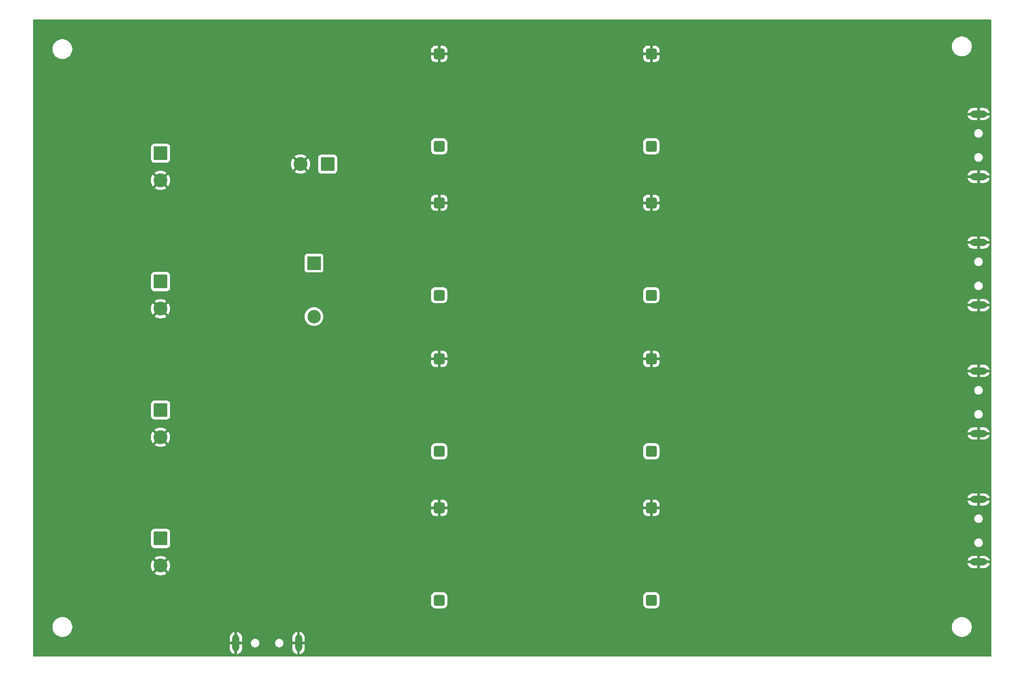
<source format=gbr>
%TF.GenerationSoftware,KiCad,Pcbnew,9.0.4*%
%TF.CreationDate,2025-09-17T14:06:31+05:30*%
%TF.ProjectId,Robot_power_board,526f626f-745f-4706-9f77-65725f626f61,rev?*%
%TF.SameCoordinates,Original*%
%TF.FileFunction,Copper,L2,Bot*%
%TF.FilePolarity,Positive*%
%FSLAX46Y46*%
G04 Gerber Fmt 4.6, Leading zero omitted, Abs format (unit mm)*
G04 Created by KiCad (PCBNEW 9.0.4) date 2025-09-17 14:06:31*
%MOMM*%
%LPD*%
G01*
G04 APERTURE LIST*
G04 Aperture macros list*
%AMRoundRect*
0 Rectangle with rounded corners*
0 $1 Rounding radius*
0 $2 $3 $4 $5 $6 $7 $8 $9 X,Y pos of 4 corners*
0 Add a 4 corners polygon primitive as box body*
4,1,4,$2,$3,$4,$5,$6,$7,$8,$9,$2,$3,0*
0 Add four circle primitives for the rounded corners*
1,1,$1+$1,$2,$3*
1,1,$1+$1,$4,$5*
1,1,$1+$1,$6,$7*
1,1,$1+$1,$8,$9*
0 Add four rect primitives between the rounded corners*
20,1,$1+$1,$2,$3,$4,$5,0*
20,1,$1+$1,$4,$5,$6,$7,0*
20,1,$1+$1,$6,$7,$8,$9,0*
20,1,$1+$1,$8,$9,$2,$3,0*%
G04 Aperture macros list end*
%TA.AperFunction,ComponentPad*%
%ADD10RoundRect,0.250000X-1.050000X1.050000X-1.050000X-1.050000X1.050000X-1.050000X1.050000X1.050000X0*%
%TD*%
%TA.AperFunction,ComponentPad*%
%ADD11C,2.600000*%
%TD*%
%TA.AperFunction,ComponentPad*%
%ADD12RoundRect,0.250000X1.050000X1.050000X-1.050000X1.050000X-1.050000X-1.050000X1.050000X-1.050000X0*%
%TD*%
%TA.AperFunction,HeatsinkPad*%
%ADD13O,1.300000X3.200000*%
%TD*%
%TA.AperFunction,HeatsinkPad*%
%ADD14O,3.200000X1.300000*%
%TD*%
%TA.AperFunction,ComponentPad*%
%ADD15R,2.500000X2.500000*%
%TD*%
%TA.AperFunction,ComponentPad*%
%ADD16C,2.500000*%
%TD*%
%TA.AperFunction,ComponentPad*%
%ADD17RoundRect,0.300000X-0.700000X-0.700000X0.700000X-0.700000X0.700000X0.700000X-0.700000X0.700000X0*%
%TD*%
G04 APERTURE END LIST*
D10*
%TO.P,J4,1,Pin_1*%
%TO.N,/12v_FUSED*%
X65827500Y-102455000D03*
D11*
%TO.P,J4,2,Pin_2*%
%TO.N,GND*%
X65827500Y-107535000D03*
%TD*%
D12*
%TO.P,J1,1,Pin_1*%
%TO.N,/12v_IN*%
X97045000Y-56500000D03*
D11*
%TO.P,J1,2,Pin_2*%
%TO.N,GND*%
X91965000Y-56500000D03*
%TD*%
D13*
%TO.P,J10,5,Shield*%
%TO.N,GND*%
X91600000Y-146000000D03*
X79900000Y-146000000D03*
%TD*%
D14*
%TO.P,J11,5,Shield*%
%TO.N,GND*%
X218625000Y-47150000D03*
X218625000Y-58850000D03*
%TD*%
D10*
%TO.P,J2,1,Pin_1*%
%TO.N,/12v_FUSED*%
X65827500Y-54455000D03*
D11*
%TO.P,J2,2,Pin_2*%
%TO.N,GND*%
X65827500Y-59535000D03*
%TD*%
D15*
%TO.P,F1,1*%
%TO.N,/12v_IN*%
X94500000Y-75000000D03*
D16*
%TO.P,F1,2*%
%TO.N,/12v_FUSED*%
X94500000Y-85000000D03*
%TD*%
D14*
%TO.P,J14,5,Shield*%
%TO.N,GND*%
X218625000Y-119150000D03*
X218625000Y-130850000D03*
%TD*%
D17*
%TO.P,J9,1,Pin_1*%
%TO.N,/12v_FUSED*%
X117870000Y-138000000D03*
%TO.P,J9,2,Pin_2*%
%TO.N,GND*%
X117870000Y-120730000D03*
%TO.P,J9,3,Pin_3*%
%TO.N,/+5v_EXTRA_2*%
X157500000Y-138000000D03*
%TO.P,J9,4,Pin_4*%
%TO.N,GND*%
X157500000Y-120730000D03*
%TD*%
D10*
%TO.P,J3,1,Pin_1*%
%TO.N,/12v_FUSED*%
X65827500Y-78455000D03*
D11*
%TO.P,J3,2,Pin_2*%
%TO.N,GND*%
X65827500Y-83535000D03*
%TD*%
D14*
%TO.P,J13,5,Shield*%
%TO.N,GND*%
X218625000Y-95150000D03*
X218625000Y-106850000D03*
%TD*%
D17*
%TO.P,J8,1,Pin_1*%
%TO.N,/12v_FUSED*%
X117870000Y-110166667D03*
%TO.P,J8,2,Pin_2*%
%TO.N,GND*%
X117870000Y-92896667D03*
%TO.P,J8,3,Pin_3*%
%TO.N,/+5v_SCREEN10*%
X157500000Y-110166667D03*
%TO.P,J8,4,Pin_4*%
%TO.N,GND*%
X157500000Y-92896667D03*
%TD*%
D10*
%TO.P,J5,1,Pin_1*%
%TO.N,/12v_FUSED*%
X65827500Y-126455000D03*
D11*
%TO.P,J5,2,Pin_2*%
%TO.N,GND*%
X65827500Y-131535000D03*
%TD*%
D17*
%TO.P,J6,1,Pin_1*%
%TO.N,/12v_FUSED*%
X117870000Y-53166667D03*
%TO.P,J6,2,Pin_2*%
%TO.N,GND*%
X117870000Y-35896667D03*
%TO.P,J6,3,Pin_3*%
%TO.N,/+5v_PI*%
X157500000Y-53166667D03*
%TO.P,J6,4,Pin_4*%
%TO.N,GND*%
X157500000Y-35896667D03*
%TD*%
%TO.P,J7,1,Pin_1*%
%TO.N,/12v_FUSED*%
X117870000Y-81000000D03*
%TO.P,J7,2,Pin_2*%
%TO.N,GND*%
X117870000Y-63730000D03*
%TO.P,J7,3,Pin_3*%
%TO.N,/+5v_EXTRA_1*%
X157500000Y-81000000D03*
%TO.P,J7,4,Pin_4*%
%TO.N,GND*%
X157500000Y-63730000D03*
%TD*%
D14*
%TO.P,J12,5,Shield*%
%TO.N,GND*%
X218625000Y-71150000D03*
X218625000Y-82850000D03*
%TD*%
%TA.AperFunction,Conductor*%
%TO.N,GND*%
G36*
X220942539Y-29520185D02*
G01*
X220988294Y-29572989D01*
X220999500Y-29624500D01*
X220999500Y-148375500D01*
X220979815Y-148442539D01*
X220927011Y-148488294D01*
X220875500Y-148499500D01*
X42124500Y-148499500D01*
X42057461Y-148479815D01*
X42011706Y-148427011D01*
X42000500Y-148375500D01*
X42000500Y-144959493D01*
X78750000Y-144959493D01*
X78750000Y-145750000D01*
X79550000Y-145750000D01*
X79550000Y-146250000D01*
X78750000Y-146250000D01*
X78750000Y-147040506D01*
X78778317Y-147219293D01*
X78834251Y-147391444D01*
X78834252Y-147391447D01*
X78916434Y-147552734D01*
X79022823Y-147699169D01*
X79150830Y-147827176D01*
X79297265Y-147933565D01*
X79458552Y-148015747D01*
X79458555Y-148015748D01*
X79630699Y-148071680D01*
X79630712Y-148071683D01*
X79650000Y-148074738D01*
X79650000Y-147144975D01*
X79685095Y-147180070D01*
X79764905Y-147226148D01*
X79853922Y-147250000D01*
X79946078Y-147250000D01*
X80035095Y-147226148D01*
X80114905Y-147180070D01*
X80150000Y-147144975D01*
X80150000Y-148074737D01*
X80169287Y-148071683D01*
X80169300Y-148071680D01*
X80341444Y-148015748D01*
X80341447Y-148015747D01*
X80502734Y-147933565D01*
X80649169Y-147827176D01*
X80777176Y-147699169D01*
X80883565Y-147552734D01*
X80965747Y-147391447D01*
X80965748Y-147391444D01*
X81021682Y-147219293D01*
X81050000Y-147040506D01*
X81050000Y-146250000D01*
X80250000Y-146250000D01*
X80250000Y-145921153D01*
X82699500Y-145921153D01*
X82699500Y-146078846D01*
X82730261Y-146233489D01*
X82730264Y-146233501D01*
X82790602Y-146379172D01*
X82790609Y-146379185D01*
X82878210Y-146510288D01*
X82878213Y-146510292D01*
X82989707Y-146621786D01*
X82989711Y-146621789D01*
X83120814Y-146709390D01*
X83120827Y-146709397D01*
X83266498Y-146769735D01*
X83266503Y-146769737D01*
X83421153Y-146800499D01*
X83421156Y-146800500D01*
X83421158Y-146800500D01*
X83578844Y-146800500D01*
X83578845Y-146800499D01*
X83733497Y-146769737D01*
X83879179Y-146709394D01*
X84010289Y-146621789D01*
X84121789Y-146510289D01*
X84209394Y-146379179D01*
X84269737Y-146233497D01*
X84300500Y-146078842D01*
X84300500Y-145921158D01*
X84300500Y-145921155D01*
X84300499Y-145921153D01*
X87199500Y-145921153D01*
X87199500Y-146078846D01*
X87230261Y-146233489D01*
X87230264Y-146233501D01*
X87290602Y-146379172D01*
X87290609Y-146379185D01*
X87378210Y-146510288D01*
X87378213Y-146510292D01*
X87489707Y-146621786D01*
X87489711Y-146621789D01*
X87620814Y-146709390D01*
X87620827Y-146709397D01*
X87766498Y-146769735D01*
X87766503Y-146769737D01*
X87921153Y-146800499D01*
X87921156Y-146800500D01*
X87921158Y-146800500D01*
X88078844Y-146800500D01*
X88078845Y-146800499D01*
X88233497Y-146769737D01*
X88379179Y-146709394D01*
X88510289Y-146621789D01*
X88621789Y-146510289D01*
X88709394Y-146379179D01*
X88769737Y-146233497D01*
X88783739Y-146163102D01*
X88800500Y-146078844D01*
X88800500Y-145921155D01*
X88800499Y-145921153D01*
X88769738Y-145766510D01*
X88769737Y-145766503D01*
X88762901Y-145750000D01*
X88709397Y-145620827D01*
X88709390Y-145620814D01*
X88621789Y-145489711D01*
X88621786Y-145489707D01*
X88510292Y-145378213D01*
X88510288Y-145378210D01*
X88379185Y-145290609D01*
X88379172Y-145290602D01*
X88233501Y-145230264D01*
X88233489Y-145230261D01*
X88078845Y-145199500D01*
X88078842Y-145199500D01*
X87921158Y-145199500D01*
X87921155Y-145199500D01*
X87766510Y-145230261D01*
X87766498Y-145230264D01*
X87620827Y-145290602D01*
X87620814Y-145290609D01*
X87489711Y-145378210D01*
X87489707Y-145378213D01*
X87378213Y-145489707D01*
X87378210Y-145489711D01*
X87290609Y-145620814D01*
X87290602Y-145620827D01*
X87230264Y-145766498D01*
X87230261Y-145766510D01*
X87199500Y-145921153D01*
X84300499Y-145921153D01*
X84269738Y-145766510D01*
X84269737Y-145766503D01*
X84262901Y-145750000D01*
X84209397Y-145620827D01*
X84209390Y-145620814D01*
X84121789Y-145489711D01*
X84121786Y-145489707D01*
X84010292Y-145378213D01*
X84010288Y-145378210D01*
X83879185Y-145290609D01*
X83879172Y-145290602D01*
X83733501Y-145230264D01*
X83733489Y-145230261D01*
X83578845Y-145199500D01*
X83578842Y-145199500D01*
X83421158Y-145199500D01*
X83421155Y-145199500D01*
X83266510Y-145230261D01*
X83266498Y-145230264D01*
X83120827Y-145290602D01*
X83120814Y-145290609D01*
X82989711Y-145378210D01*
X82989707Y-145378213D01*
X82878213Y-145489707D01*
X82878210Y-145489711D01*
X82790609Y-145620814D01*
X82790602Y-145620827D01*
X82730264Y-145766498D01*
X82730261Y-145766510D01*
X82699500Y-145921153D01*
X80250000Y-145921153D01*
X80250000Y-145750000D01*
X81050000Y-145750000D01*
X81050000Y-144959493D01*
X90450000Y-144959493D01*
X90450000Y-145750000D01*
X91250000Y-145750000D01*
X91250000Y-146250000D01*
X90450000Y-146250000D01*
X90450000Y-147040506D01*
X90478317Y-147219293D01*
X90534251Y-147391444D01*
X90534252Y-147391447D01*
X90616434Y-147552734D01*
X90722823Y-147699169D01*
X90850830Y-147827176D01*
X90997265Y-147933565D01*
X91158552Y-148015747D01*
X91158555Y-148015748D01*
X91330699Y-148071680D01*
X91330712Y-148071683D01*
X91350000Y-148074738D01*
X91350000Y-147144975D01*
X91385095Y-147180070D01*
X91464905Y-147226148D01*
X91553922Y-147250000D01*
X91646078Y-147250000D01*
X91735095Y-147226148D01*
X91814905Y-147180070D01*
X91850000Y-147144975D01*
X91850000Y-148074737D01*
X91869287Y-148071683D01*
X91869300Y-148071680D01*
X92041444Y-148015748D01*
X92041447Y-148015747D01*
X92202734Y-147933565D01*
X92349169Y-147827176D01*
X92477176Y-147699169D01*
X92583565Y-147552734D01*
X92665747Y-147391447D01*
X92665748Y-147391444D01*
X92721682Y-147219293D01*
X92750000Y-147040506D01*
X92750000Y-146250000D01*
X91950000Y-146250000D01*
X91950000Y-145750000D01*
X92750000Y-145750000D01*
X92750000Y-144959493D01*
X92721682Y-144780706D01*
X92665748Y-144608555D01*
X92665747Y-144608552D01*
X92583565Y-144447265D01*
X92477176Y-144300830D01*
X92349169Y-144172823D01*
X92202734Y-144066434D01*
X92041447Y-143984252D01*
X92041441Y-143984250D01*
X91869295Y-143928318D01*
X91869285Y-143928315D01*
X91850000Y-143925260D01*
X91850000Y-144855025D01*
X91814905Y-144819930D01*
X91735095Y-144773852D01*
X91646078Y-144750000D01*
X91553922Y-144750000D01*
X91464905Y-144773852D01*
X91385095Y-144819930D01*
X91350000Y-144855025D01*
X91350000Y-143925260D01*
X91330714Y-143928315D01*
X91330704Y-143928318D01*
X91158558Y-143984250D01*
X91158552Y-143984252D01*
X90997265Y-144066434D01*
X90850830Y-144172823D01*
X90722823Y-144300830D01*
X90616434Y-144447265D01*
X90534252Y-144608552D01*
X90534251Y-144608555D01*
X90478317Y-144780706D01*
X90450000Y-144959493D01*
X81050000Y-144959493D01*
X81021682Y-144780706D01*
X80965748Y-144608555D01*
X80965747Y-144608552D01*
X80883565Y-144447265D01*
X80777176Y-144300830D01*
X80649169Y-144172823D01*
X80502734Y-144066434D01*
X80341447Y-143984252D01*
X80341441Y-143984250D01*
X80169295Y-143928318D01*
X80169285Y-143928315D01*
X80150000Y-143925260D01*
X80150000Y-144855025D01*
X80114905Y-144819930D01*
X80035095Y-144773852D01*
X79946078Y-144750000D01*
X79853922Y-144750000D01*
X79764905Y-144773852D01*
X79685095Y-144819930D01*
X79650000Y-144855025D01*
X79650000Y-143925260D01*
X79630714Y-143928315D01*
X79630704Y-143928318D01*
X79458558Y-143984250D01*
X79458552Y-143984252D01*
X79297265Y-144066434D01*
X79150830Y-144172823D01*
X79022823Y-144300830D01*
X78916434Y-144447265D01*
X78834252Y-144608552D01*
X78834251Y-144608555D01*
X78778317Y-144780706D01*
X78750000Y-144959493D01*
X42000500Y-144959493D01*
X42000500Y-142878711D01*
X45649500Y-142878711D01*
X45649500Y-143121288D01*
X45681161Y-143361785D01*
X45743947Y-143596104D01*
X45836773Y-143820205D01*
X45836776Y-143820212D01*
X45958064Y-144030289D01*
X45958066Y-144030292D01*
X45958067Y-144030293D01*
X46105733Y-144222736D01*
X46105739Y-144222743D01*
X46277256Y-144394260D01*
X46277262Y-144394265D01*
X46469711Y-144541936D01*
X46679788Y-144663224D01*
X46903900Y-144756054D01*
X47138211Y-144818838D01*
X47318586Y-144842584D01*
X47378711Y-144850500D01*
X47378712Y-144850500D01*
X47621289Y-144850500D01*
X47764227Y-144831682D01*
X47861789Y-144818838D01*
X48096100Y-144756054D01*
X48320212Y-144663224D01*
X48530289Y-144541936D01*
X48722738Y-144394265D01*
X48894265Y-144222738D01*
X49041936Y-144030289D01*
X49163224Y-143820212D01*
X49256054Y-143596100D01*
X49318838Y-143361789D01*
X49350500Y-143121288D01*
X49350500Y-142878712D01*
X49350500Y-142878711D01*
X213649500Y-142878711D01*
X213649500Y-143121288D01*
X213681161Y-143361785D01*
X213743947Y-143596104D01*
X213836773Y-143820205D01*
X213836776Y-143820212D01*
X213958064Y-144030289D01*
X213958066Y-144030292D01*
X213958067Y-144030293D01*
X214105733Y-144222736D01*
X214105739Y-144222743D01*
X214277256Y-144394260D01*
X214277262Y-144394265D01*
X214469711Y-144541936D01*
X214679788Y-144663224D01*
X214903900Y-144756054D01*
X215138211Y-144818838D01*
X215318586Y-144842584D01*
X215378711Y-144850500D01*
X215378712Y-144850500D01*
X215621289Y-144850500D01*
X215669388Y-144844167D01*
X215861789Y-144818838D01*
X216096100Y-144756054D01*
X216320212Y-144663224D01*
X216530289Y-144541936D01*
X216722738Y-144394265D01*
X216894265Y-144222738D01*
X217041936Y-144030289D01*
X217163224Y-143820212D01*
X217256054Y-143596100D01*
X217318838Y-143361789D01*
X217350500Y-143121288D01*
X217350500Y-142878712D01*
X217318838Y-142638211D01*
X217256054Y-142403900D01*
X217163224Y-142179788D01*
X217041936Y-141969711D01*
X216894265Y-141777262D01*
X216894260Y-141777256D01*
X216722743Y-141605739D01*
X216722736Y-141605733D01*
X216530293Y-141458067D01*
X216530292Y-141458066D01*
X216530289Y-141458064D01*
X216320212Y-141336776D01*
X216320205Y-141336773D01*
X216096104Y-141243947D01*
X215861785Y-141181161D01*
X215621289Y-141149500D01*
X215621288Y-141149500D01*
X215378712Y-141149500D01*
X215378711Y-141149500D01*
X215138214Y-141181161D01*
X214903895Y-141243947D01*
X214679794Y-141336773D01*
X214679785Y-141336777D01*
X214469706Y-141458067D01*
X214277263Y-141605733D01*
X214277256Y-141605739D01*
X214105739Y-141777256D01*
X214105733Y-141777263D01*
X213958067Y-141969706D01*
X213836777Y-142179785D01*
X213836773Y-142179794D01*
X213743947Y-142403895D01*
X213681161Y-142638214D01*
X213649500Y-142878711D01*
X49350500Y-142878711D01*
X49318838Y-142638211D01*
X49256054Y-142403900D01*
X49163224Y-142179788D01*
X49041936Y-141969711D01*
X48894265Y-141777262D01*
X48894260Y-141777256D01*
X48722743Y-141605739D01*
X48722736Y-141605733D01*
X48530293Y-141458067D01*
X48530292Y-141458066D01*
X48530289Y-141458064D01*
X48320212Y-141336776D01*
X48320205Y-141336773D01*
X48096104Y-141243947D01*
X47861785Y-141181161D01*
X47621289Y-141149500D01*
X47621288Y-141149500D01*
X47378712Y-141149500D01*
X47378711Y-141149500D01*
X47138214Y-141181161D01*
X46903895Y-141243947D01*
X46679794Y-141336773D01*
X46679785Y-141336777D01*
X46469706Y-141458067D01*
X46277263Y-141605733D01*
X46277256Y-141605739D01*
X46105739Y-141777256D01*
X46105733Y-141777263D01*
X45958067Y-141969706D01*
X45836777Y-142179785D01*
X45836773Y-142179794D01*
X45743947Y-142403895D01*
X45681161Y-142638214D01*
X45649500Y-142878711D01*
X42000500Y-142878711D01*
X42000500Y-137255039D01*
X116369500Y-137255039D01*
X116369500Y-138744960D01*
X116384630Y-138879249D01*
X116384631Y-138879254D01*
X116444211Y-139049523D01*
X116540184Y-139202262D01*
X116667738Y-139329816D01*
X116820478Y-139425789D01*
X116990745Y-139485368D01*
X116990750Y-139485369D01*
X117081246Y-139495565D01*
X117125040Y-139500499D01*
X117125043Y-139500500D01*
X117125046Y-139500500D01*
X118614957Y-139500500D01*
X118614958Y-139500499D01*
X118682104Y-139492934D01*
X118749249Y-139485369D01*
X118749252Y-139485368D01*
X118749255Y-139485368D01*
X118919522Y-139425789D01*
X119072262Y-139329816D01*
X119199816Y-139202262D01*
X119295789Y-139049522D01*
X119355368Y-138879255D01*
X119370500Y-138744954D01*
X119370500Y-137255046D01*
X119370499Y-137255039D01*
X155999500Y-137255039D01*
X155999500Y-138744960D01*
X156014630Y-138879249D01*
X156014631Y-138879254D01*
X156074211Y-139049523D01*
X156170184Y-139202262D01*
X156297738Y-139329816D01*
X156450478Y-139425789D01*
X156620745Y-139485368D01*
X156620750Y-139485369D01*
X156711246Y-139495565D01*
X156755040Y-139500499D01*
X156755043Y-139500500D01*
X156755046Y-139500500D01*
X158244957Y-139500500D01*
X158244958Y-139500499D01*
X158312104Y-139492934D01*
X158379249Y-139485369D01*
X158379252Y-139485368D01*
X158379255Y-139485368D01*
X158549522Y-139425789D01*
X158702262Y-139329816D01*
X158829816Y-139202262D01*
X158925789Y-139049522D01*
X158985368Y-138879255D01*
X159000500Y-138744954D01*
X159000500Y-137255046D01*
X158985368Y-137120745D01*
X158925789Y-136950478D01*
X158829816Y-136797738D01*
X158702262Y-136670184D01*
X158549523Y-136574211D01*
X158379254Y-136514631D01*
X158379249Y-136514630D01*
X158244960Y-136499500D01*
X158244954Y-136499500D01*
X156755046Y-136499500D01*
X156755039Y-136499500D01*
X156620750Y-136514630D01*
X156620745Y-136514631D01*
X156450476Y-136574211D01*
X156297737Y-136670184D01*
X156170184Y-136797737D01*
X156074211Y-136950476D01*
X156014631Y-137120745D01*
X156014630Y-137120750D01*
X155999500Y-137255039D01*
X119370499Y-137255039D01*
X119355368Y-137120745D01*
X119295789Y-136950478D01*
X119199816Y-136797738D01*
X119072262Y-136670184D01*
X118919523Y-136574211D01*
X118749254Y-136514631D01*
X118749249Y-136514630D01*
X118614960Y-136499500D01*
X118614954Y-136499500D01*
X117125046Y-136499500D01*
X117125039Y-136499500D01*
X116990750Y-136514630D01*
X116990745Y-136514631D01*
X116820476Y-136574211D01*
X116667737Y-136670184D01*
X116540184Y-136797737D01*
X116444211Y-136950476D01*
X116384631Y-137120745D01*
X116384630Y-137120750D01*
X116369500Y-137255039D01*
X42000500Y-137255039D01*
X42000500Y-131417014D01*
X64027500Y-131417014D01*
X64027500Y-131652985D01*
X64058299Y-131886914D01*
X64119370Y-132114837D01*
X64209660Y-132332819D01*
X64209665Y-132332828D01*
X64327644Y-132537171D01*
X64327645Y-132537172D01*
X64390221Y-132618723D01*
X65226458Y-131782487D01*
X65251478Y-131842890D01*
X65322612Y-131949351D01*
X65413149Y-132039888D01*
X65519610Y-132111022D01*
X65580011Y-132136041D01*
X64743775Y-132972277D01*
X64825327Y-133034854D01*
X64825328Y-133034855D01*
X65029671Y-133152834D01*
X65029680Y-133152839D01*
X65247663Y-133243129D01*
X65247661Y-133243129D01*
X65475585Y-133304200D01*
X65709514Y-133334999D01*
X65709529Y-133335000D01*
X65945471Y-133335000D01*
X65945485Y-133334999D01*
X66179414Y-133304200D01*
X66407337Y-133243129D01*
X66625319Y-133152839D01*
X66625328Y-133152834D01*
X66829681Y-133034850D01*
X66911223Y-132972279D01*
X66911223Y-132972276D01*
X66074987Y-132136041D01*
X66135390Y-132111022D01*
X66241851Y-132039888D01*
X66332388Y-131949351D01*
X66403522Y-131842890D01*
X66428541Y-131782487D01*
X67264776Y-132618723D01*
X67264779Y-132618723D01*
X67327350Y-132537181D01*
X67445334Y-132332828D01*
X67445339Y-132332819D01*
X67535629Y-132114837D01*
X67596700Y-131886914D01*
X67627499Y-131652985D01*
X67627500Y-131652971D01*
X67627500Y-131417028D01*
X67627499Y-131417014D01*
X67596701Y-131183087D01*
X67573107Y-131095033D01*
X67573107Y-131095032D01*
X67535629Y-130955162D01*
X67445339Y-130737180D01*
X67445331Y-130737164D01*
X67423333Y-130699063D01*
X67423332Y-130699062D01*
X67366137Y-130600000D01*
X216550261Y-130600000D01*
X217480025Y-130600000D01*
X217444930Y-130635095D01*
X217398852Y-130714905D01*
X217375000Y-130803922D01*
X217375000Y-130896078D01*
X217398852Y-130985095D01*
X217444930Y-131064905D01*
X217480025Y-131100000D01*
X216550261Y-131100000D01*
X216553315Y-131119285D01*
X216553318Y-131119295D01*
X216609250Y-131291441D01*
X216609252Y-131291447D01*
X216691434Y-131452734D01*
X216797823Y-131599169D01*
X216925830Y-131727176D01*
X217072265Y-131833565D01*
X217233552Y-131915747D01*
X217233555Y-131915748D01*
X217405706Y-131971682D01*
X217584494Y-132000000D01*
X218375000Y-132000000D01*
X218375000Y-131200000D01*
X218875000Y-131200000D01*
X218875000Y-132000000D01*
X219665506Y-132000000D01*
X219844293Y-131971682D01*
X220016444Y-131915748D01*
X220016447Y-131915747D01*
X220177734Y-131833565D01*
X220324169Y-131727176D01*
X220452176Y-131599169D01*
X220558565Y-131452734D01*
X220640747Y-131291447D01*
X220640749Y-131291441D01*
X220696681Y-131119295D01*
X220696684Y-131119285D01*
X220699739Y-131100000D01*
X219769975Y-131100000D01*
X219805070Y-131064905D01*
X219851148Y-130985095D01*
X219875000Y-130896078D01*
X219875000Y-130803922D01*
X219851148Y-130714905D01*
X219805070Y-130635095D01*
X219769975Y-130600000D01*
X220699739Y-130600000D01*
X220696684Y-130580714D01*
X220696681Y-130580704D01*
X220640749Y-130408558D01*
X220640747Y-130408552D01*
X220558565Y-130247265D01*
X220452176Y-130100830D01*
X220324169Y-129972823D01*
X220177734Y-129866434D01*
X220016447Y-129784252D01*
X220016444Y-129784251D01*
X219844293Y-129728317D01*
X219665506Y-129700000D01*
X218875000Y-129700000D01*
X218875000Y-130500000D01*
X218375000Y-130500000D01*
X218375000Y-129700000D01*
X217584494Y-129700000D01*
X217405706Y-129728317D01*
X217233555Y-129784251D01*
X217233552Y-129784252D01*
X217072265Y-129866434D01*
X216925830Y-129972823D01*
X216797823Y-130100830D01*
X216691434Y-130247265D01*
X216609252Y-130408552D01*
X216609250Y-130408558D01*
X216553318Y-130580704D01*
X216553315Y-130580714D01*
X216550261Y-130600000D01*
X67366137Y-130600000D01*
X67327355Y-130532828D01*
X67327354Y-130532827D01*
X67264777Y-130451275D01*
X66428541Y-131287511D01*
X66403522Y-131227110D01*
X66332388Y-131120649D01*
X66241851Y-131030112D01*
X66135390Y-130958978D01*
X66074988Y-130933958D01*
X66911223Y-130097721D01*
X66829672Y-130035145D01*
X66829671Y-130035144D01*
X66625328Y-129917165D01*
X66625319Y-129917160D01*
X66407336Y-129826870D01*
X66407338Y-129826870D01*
X66179414Y-129765799D01*
X65945485Y-129735000D01*
X65709514Y-129735000D01*
X65475585Y-129765799D01*
X65247662Y-129826870D01*
X65029680Y-129917160D01*
X65029671Y-129917165D01*
X64825328Y-130035144D01*
X64825318Y-130035150D01*
X64743775Y-130097720D01*
X64743775Y-130097721D01*
X65580012Y-130933958D01*
X65519610Y-130958978D01*
X65413149Y-131030112D01*
X65322612Y-131120649D01*
X65251478Y-131227110D01*
X65226458Y-131287511D01*
X64390221Y-130451275D01*
X64390220Y-130451275D01*
X64327650Y-130532818D01*
X64327644Y-130532828D01*
X64209665Y-130737171D01*
X64209660Y-130737180D01*
X64119370Y-130955162D01*
X64058299Y-131183085D01*
X64027500Y-131417014D01*
X42000500Y-131417014D01*
X42000500Y-125354983D01*
X64027000Y-125354983D01*
X64027000Y-127555001D01*
X64027001Y-127555018D01*
X64037500Y-127657796D01*
X64037501Y-127657799D01*
X64092685Y-127824331D01*
X64092686Y-127824334D01*
X64184788Y-127973656D01*
X64308844Y-128097712D01*
X64458166Y-128189814D01*
X64624703Y-128244999D01*
X64727491Y-128255500D01*
X66927508Y-128255499D01*
X67030297Y-128244999D01*
X67196834Y-128189814D01*
X67346156Y-128097712D01*
X67470212Y-127973656D01*
X67562314Y-127824334D01*
X67617499Y-127657797D01*
X67628000Y-127555009D01*
X67628000Y-127171153D01*
X217824500Y-127171153D01*
X217824500Y-127328846D01*
X217855261Y-127483489D01*
X217855264Y-127483501D01*
X217915602Y-127629172D01*
X217915609Y-127629185D01*
X218003210Y-127760288D01*
X218003213Y-127760292D01*
X218114707Y-127871786D01*
X218114711Y-127871789D01*
X218245814Y-127959390D01*
X218245827Y-127959397D01*
X218391498Y-128019735D01*
X218391503Y-128019737D01*
X218546153Y-128050499D01*
X218546156Y-128050500D01*
X218546158Y-128050500D01*
X218703844Y-128050500D01*
X218703845Y-128050499D01*
X218858497Y-128019737D01*
X219004179Y-127959394D01*
X219135289Y-127871789D01*
X219246789Y-127760289D01*
X219334394Y-127629179D01*
X219394737Y-127483497D01*
X219425500Y-127328842D01*
X219425500Y-127171158D01*
X219425500Y-127171155D01*
X219425499Y-127171153D01*
X219394738Y-127016510D01*
X219394737Y-127016503D01*
X219394735Y-127016498D01*
X219334397Y-126870827D01*
X219334390Y-126870814D01*
X219246789Y-126739711D01*
X219246786Y-126739707D01*
X219135292Y-126628213D01*
X219135288Y-126628210D01*
X219004185Y-126540609D01*
X219004172Y-126540602D01*
X218858501Y-126480264D01*
X218858489Y-126480261D01*
X218703845Y-126449500D01*
X218703842Y-126449500D01*
X218546158Y-126449500D01*
X218546155Y-126449500D01*
X218391510Y-126480261D01*
X218391498Y-126480264D01*
X218245827Y-126540602D01*
X218245814Y-126540609D01*
X218114711Y-126628210D01*
X218114707Y-126628213D01*
X218003213Y-126739707D01*
X218003210Y-126739711D01*
X217915609Y-126870814D01*
X217915602Y-126870827D01*
X217855264Y-127016498D01*
X217855261Y-127016510D01*
X217824500Y-127171153D01*
X67628000Y-127171153D01*
X67627999Y-126449500D01*
X67627999Y-125354998D01*
X67627998Y-125354981D01*
X67617499Y-125252203D01*
X67617498Y-125252200D01*
X67562314Y-125085666D01*
X67470212Y-124936344D01*
X67346156Y-124812288D01*
X67196834Y-124720186D01*
X67030297Y-124665001D01*
X67030295Y-124665000D01*
X66927510Y-124654500D01*
X64727498Y-124654500D01*
X64727481Y-124654501D01*
X64624703Y-124665000D01*
X64624700Y-124665001D01*
X64458168Y-124720185D01*
X64458163Y-124720187D01*
X64308842Y-124812289D01*
X64184789Y-124936342D01*
X64092687Y-125085663D01*
X64092686Y-125085666D01*
X64037501Y-125252203D01*
X64037501Y-125252204D01*
X64037500Y-125252204D01*
X64027000Y-125354983D01*
X42000500Y-125354983D01*
X42000500Y-122671153D01*
X217824500Y-122671153D01*
X217824500Y-122828846D01*
X217855261Y-122983489D01*
X217855264Y-122983501D01*
X217915602Y-123129172D01*
X217915609Y-123129185D01*
X218003210Y-123260288D01*
X218003213Y-123260292D01*
X218114707Y-123371786D01*
X218114711Y-123371789D01*
X218245814Y-123459390D01*
X218245827Y-123459397D01*
X218391498Y-123519735D01*
X218391503Y-123519737D01*
X218546153Y-123550499D01*
X218546156Y-123550500D01*
X218546158Y-123550500D01*
X218703844Y-123550500D01*
X218703845Y-123550499D01*
X218858497Y-123519737D01*
X219004179Y-123459394D01*
X219135289Y-123371789D01*
X219246789Y-123260289D01*
X219334394Y-123129179D01*
X219394737Y-122983497D01*
X219425500Y-122828842D01*
X219425500Y-122671158D01*
X219425500Y-122671155D01*
X219425499Y-122671153D01*
X219394738Y-122516510D01*
X219394737Y-122516503D01*
X219394735Y-122516498D01*
X219334397Y-122370827D01*
X219334390Y-122370814D01*
X219246789Y-122239711D01*
X219246786Y-122239707D01*
X219135292Y-122128213D01*
X219135288Y-122128210D01*
X219004185Y-122040609D01*
X219004172Y-122040602D01*
X218858501Y-121980264D01*
X218858489Y-121980261D01*
X218703845Y-121949500D01*
X218703842Y-121949500D01*
X218546158Y-121949500D01*
X218546155Y-121949500D01*
X218391510Y-121980261D01*
X218391498Y-121980264D01*
X218245827Y-122040602D01*
X218245814Y-122040609D01*
X218114711Y-122128210D01*
X218114707Y-122128213D01*
X218003213Y-122239707D01*
X218003210Y-122239711D01*
X217915609Y-122370814D01*
X217915602Y-122370827D01*
X217855264Y-122516498D01*
X217855261Y-122516510D01*
X217824500Y-122671153D01*
X42000500Y-122671153D01*
X42000500Y-119985069D01*
X116370000Y-119985069D01*
X116370000Y-120480000D01*
X117436988Y-120480000D01*
X117404075Y-120537007D01*
X117370000Y-120664174D01*
X117370000Y-120795826D01*
X117404075Y-120922993D01*
X117436988Y-120980000D01*
X116370000Y-120980000D01*
X116370000Y-121474930D01*
X116385122Y-121609141D01*
X116444663Y-121779301D01*
X116540577Y-121931948D01*
X116668051Y-122059422D01*
X116820698Y-122155336D01*
X116990858Y-122214877D01*
X117125069Y-122229999D01*
X117125070Y-122230000D01*
X117620000Y-122230000D01*
X117620000Y-121163012D01*
X117677007Y-121195925D01*
X117804174Y-121230000D01*
X117935826Y-121230000D01*
X118062993Y-121195925D01*
X118120000Y-121163012D01*
X118120000Y-122230000D01*
X118614930Y-122230000D01*
X118614930Y-122229999D01*
X118749141Y-122214877D01*
X118919301Y-122155336D01*
X119071948Y-122059422D01*
X119199422Y-121931948D01*
X119295336Y-121779301D01*
X119354877Y-121609141D01*
X119369999Y-121474930D01*
X119370000Y-121474930D01*
X119370000Y-120980000D01*
X118303012Y-120980000D01*
X118335925Y-120922993D01*
X118370000Y-120795826D01*
X118370000Y-120664174D01*
X118335925Y-120537007D01*
X118303012Y-120480000D01*
X119370000Y-120480000D01*
X119370000Y-119985070D01*
X119369999Y-119985069D01*
X156000000Y-119985069D01*
X156000000Y-120480000D01*
X157066988Y-120480000D01*
X157034075Y-120537007D01*
X157000000Y-120664174D01*
X157000000Y-120795826D01*
X157034075Y-120922993D01*
X157066988Y-120980000D01*
X156000000Y-120980000D01*
X156000000Y-121474930D01*
X156015122Y-121609141D01*
X156074663Y-121779301D01*
X156170577Y-121931948D01*
X156298051Y-122059422D01*
X156450698Y-122155336D01*
X156620858Y-122214877D01*
X156755069Y-122229999D01*
X156755070Y-122230000D01*
X157250000Y-122230000D01*
X157250000Y-121163012D01*
X157307007Y-121195925D01*
X157434174Y-121230000D01*
X157565826Y-121230000D01*
X157692993Y-121195925D01*
X157750000Y-121163012D01*
X157750000Y-122230000D01*
X158244930Y-122230000D01*
X158244930Y-122229999D01*
X158379141Y-122214877D01*
X158549301Y-122155336D01*
X158701948Y-122059422D01*
X158829422Y-121931948D01*
X158925336Y-121779301D01*
X158984877Y-121609141D01*
X158999999Y-121474930D01*
X159000000Y-121474930D01*
X159000000Y-120980000D01*
X157933012Y-120980000D01*
X157965925Y-120922993D01*
X158000000Y-120795826D01*
X158000000Y-120664174D01*
X157965925Y-120537007D01*
X157933012Y-120480000D01*
X159000000Y-120480000D01*
X159000000Y-119985070D01*
X158999999Y-119985069D01*
X158984877Y-119850858D01*
X158925336Y-119680698D01*
X158829422Y-119528051D01*
X158701948Y-119400577D01*
X158549301Y-119304663D01*
X158379141Y-119245122D01*
X158244930Y-119230000D01*
X157750000Y-119230000D01*
X157750000Y-120296988D01*
X157692993Y-120264075D01*
X157565826Y-120230000D01*
X157434174Y-120230000D01*
X157307007Y-120264075D01*
X157250000Y-120296988D01*
X157250000Y-119230000D01*
X156755070Y-119230000D01*
X156620858Y-119245122D01*
X156450698Y-119304663D01*
X156298051Y-119400577D01*
X156170577Y-119528051D01*
X156074663Y-119680698D01*
X156015122Y-119850858D01*
X156000000Y-119985069D01*
X119369999Y-119985069D01*
X119354877Y-119850858D01*
X119295336Y-119680698D01*
X119199422Y-119528051D01*
X119071948Y-119400577D01*
X118919301Y-119304663D01*
X118749141Y-119245122D01*
X118614930Y-119230000D01*
X118120000Y-119230000D01*
X118120000Y-120296988D01*
X118062993Y-120264075D01*
X117935826Y-120230000D01*
X117804174Y-120230000D01*
X117677007Y-120264075D01*
X117620000Y-120296988D01*
X117620000Y-119230000D01*
X117125070Y-119230000D01*
X116990858Y-119245122D01*
X116820698Y-119304663D01*
X116668051Y-119400577D01*
X116540577Y-119528051D01*
X116444663Y-119680698D01*
X116385122Y-119850858D01*
X116370000Y-119985069D01*
X42000500Y-119985069D01*
X42000500Y-118900000D01*
X216550261Y-118900000D01*
X217480025Y-118900000D01*
X217444930Y-118935095D01*
X217398852Y-119014905D01*
X217375000Y-119103922D01*
X217375000Y-119196078D01*
X217398852Y-119285095D01*
X217444930Y-119364905D01*
X217480025Y-119400000D01*
X216550261Y-119400000D01*
X216553315Y-119419285D01*
X216553318Y-119419295D01*
X216609250Y-119591441D01*
X216609252Y-119591447D01*
X216691434Y-119752734D01*
X216797823Y-119899169D01*
X216925830Y-120027176D01*
X217072265Y-120133565D01*
X217233552Y-120215747D01*
X217233555Y-120215748D01*
X217405706Y-120271682D01*
X217584494Y-120300000D01*
X218375000Y-120300000D01*
X218375000Y-119500000D01*
X218875000Y-119500000D01*
X218875000Y-120300000D01*
X219665506Y-120300000D01*
X219844293Y-120271682D01*
X220016444Y-120215748D01*
X220016447Y-120215747D01*
X220177734Y-120133565D01*
X220324169Y-120027176D01*
X220452176Y-119899169D01*
X220558565Y-119752734D01*
X220640747Y-119591447D01*
X220640749Y-119591441D01*
X220696681Y-119419295D01*
X220696684Y-119419285D01*
X220699739Y-119400000D01*
X219769975Y-119400000D01*
X219805070Y-119364905D01*
X219851148Y-119285095D01*
X219875000Y-119196078D01*
X219875000Y-119103922D01*
X219851148Y-119014905D01*
X219805070Y-118935095D01*
X219769975Y-118900000D01*
X220699739Y-118900000D01*
X220696684Y-118880714D01*
X220696681Y-118880704D01*
X220640749Y-118708558D01*
X220640747Y-118708552D01*
X220558565Y-118547265D01*
X220452176Y-118400830D01*
X220324169Y-118272823D01*
X220177734Y-118166434D01*
X220016447Y-118084252D01*
X220016444Y-118084251D01*
X219844293Y-118028317D01*
X219665506Y-118000000D01*
X218875000Y-118000000D01*
X218875000Y-118800000D01*
X218375000Y-118800000D01*
X218375000Y-118000000D01*
X217584494Y-118000000D01*
X217405706Y-118028317D01*
X217233555Y-118084251D01*
X217233552Y-118084252D01*
X217072265Y-118166434D01*
X216925830Y-118272823D01*
X216797823Y-118400830D01*
X216691434Y-118547265D01*
X216609252Y-118708552D01*
X216609250Y-118708558D01*
X216553318Y-118880704D01*
X216553315Y-118880714D01*
X216550261Y-118900000D01*
X42000500Y-118900000D01*
X42000500Y-109421706D01*
X116369500Y-109421706D01*
X116369500Y-110911627D01*
X116384630Y-111045916D01*
X116384631Y-111045921D01*
X116444211Y-111216190D01*
X116540184Y-111368929D01*
X116667738Y-111496483D01*
X116820478Y-111592456D01*
X116990745Y-111652035D01*
X116990750Y-111652036D01*
X117081246Y-111662232D01*
X117125040Y-111667166D01*
X117125043Y-111667167D01*
X117125046Y-111667167D01*
X118614957Y-111667167D01*
X118614958Y-111667166D01*
X118682104Y-111659601D01*
X118749249Y-111652036D01*
X118749252Y-111652035D01*
X118749255Y-111652035D01*
X118919522Y-111592456D01*
X119072262Y-111496483D01*
X119199816Y-111368929D01*
X119295789Y-111216189D01*
X119355368Y-111045922D01*
X119370500Y-110911621D01*
X119370500Y-109421713D01*
X119370499Y-109421706D01*
X155999500Y-109421706D01*
X155999500Y-110911627D01*
X156014630Y-111045916D01*
X156014631Y-111045921D01*
X156074211Y-111216190D01*
X156170184Y-111368929D01*
X156297738Y-111496483D01*
X156450478Y-111592456D01*
X156620745Y-111652035D01*
X156620750Y-111652036D01*
X156711246Y-111662232D01*
X156755040Y-111667166D01*
X156755043Y-111667167D01*
X156755046Y-111667167D01*
X158244957Y-111667167D01*
X158244958Y-111667166D01*
X158312104Y-111659601D01*
X158379249Y-111652036D01*
X158379252Y-111652035D01*
X158379255Y-111652035D01*
X158549522Y-111592456D01*
X158702262Y-111496483D01*
X158829816Y-111368929D01*
X158925789Y-111216189D01*
X158985368Y-111045922D01*
X159000500Y-110911621D01*
X159000500Y-109421713D01*
X158985368Y-109287412D01*
X158925789Y-109117145D01*
X158829816Y-108964405D01*
X158702262Y-108836851D01*
X158549523Y-108740878D01*
X158379254Y-108681298D01*
X158379249Y-108681297D01*
X158244960Y-108666167D01*
X158244954Y-108666167D01*
X156755046Y-108666167D01*
X156755039Y-108666167D01*
X156620750Y-108681297D01*
X156620745Y-108681298D01*
X156450476Y-108740878D01*
X156297737Y-108836851D01*
X156170184Y-108964404D01*
X156074211Y-109117143D01*
X156014631Y-109287412D01*
X156014630Y-109287417D01*
X155999500Y-109421706D01*
X119370499Y-109421706D01*
X119355368Y-109287412D01*
X119295789Y-109117145D01*
X119199816Y-108964405D01*
X119072262Y-108836851D01*
X118919523Y-108740878D01*
X118749254Y-108681298D01*
X118749249Y-108681297D01*
X118614960Y-108666167D01*
X118614954Y-108666167D01*
X117125046Y-108666167D01*
X117125039Y-108666167D01*
X116990750Y-108681297D01*
X116990745Y-108681298D01*
X116820476Y-108740878D01*
X116667737Y-108836851D01*
X116540184Y-108964404D01*
X116444211Y-109117143D01*
X116384631Y-109287412D01*
X116384630Y-109287417D01*
X116369500Y-109421706D01*
X42000500Y-109421706D01*
X42000500Y-107417014D01*
X64027500Y-107417014D01*
X64027500Y-107652985D01*
X64058299Y-107886914D01*
X64119370Y-108114837D01*
X64209660Y-108332819D01*
X64209665Y-108332828D01*
X64327644Y-108537171D01*
X64327645Y-108537172D01*
X64390221Y-108618723D01*
X65226458Y-107782487D01*
X65251478Y-107842890D01*
X65322612Y-107949351D01*
X65413149Y-108039888D01*
X65519610Y-108111022D01*
X65580011Y-108136041D01*
X64743775Y-108972277D01*
X64825327Y-109034854D01*
X64825328Y-109034855D01*
X65029671Y-109152834D01*
X65029680Y-109152839D01*
X65247663Y-109243129D01*
X65247661Y-109243129D01*
X65475585Y-109304200D01*
X65709514Y-109334999D01*
X65709529Y-109335000D01*
X65945471Y-109335000D01*
X65945485Y-109334999D01*
X66179412Y-109304201D01*
X66200843Y-109298459D01*
X66200844Y-109298458D01*
X66407337Y-109243129D01*
X66625319Y-109152839D01*
X66625328Y-109152834D01*
X66829681Y-109034850D01*
X66911223Y-108972279D01*
X66911223Y-108972276D01*
X66074987Y-108136041D01*
X66135390Y-108111022D01*
X66241851Y-108039888D01*
X66332388Y-107949351D01*
X66403522Y-107842890D01*
X66428541Y-107782487D01*
X67264776Y-108618723D01*
X67264779Y-108618723D01*
X67327350Y-108537181D01*
X67445334Y-108332828D01*
X67445339Y-108332819D01*
X67535629Y-108114837D01*
X67596700Y-107886914D01*
X67627499Y-107652985D01*
X67627500Y-107652971D01*
X67627500Y-107417028D01*
X67627499Y-107417014D01*
X67596701Y-107183087D01*
X67573107Y-107095033D01*
X67573107Y-107095032D01*
X67535629Y-106955162D01*
X67445339Y-106737180D01*
X67445331Y-106737164D01*
X67423333Y-106699063D01*
X67423332Y-106699062D01*
X67366137Y-106600000D01*
X216550261Y-106600000D01*
X217480025Y-106600000D01*
X217444930Y-106635095D01*
X217398852Y-106714905D01*
X217375000Y-106803922D01*
X217375000Y-106896078D01*
X217398852Y-106985095D01*
X217444930Y-107064905D01*
X217480025Y-107100000D01*
X216550261Y-107100000D01*
X216553315Y-107119285D01*
X216553318Y-107119295D01*
X216609250Y-107291441D01*
X216609252Y-107291447D01*
X216691434Y-107452734D01*
X216797823Y-107599169D01*
X216925830Y-107727176D01*
X217072265Y-107833565D01*
X217233552Y-107915747D01*
X217233555Y-107915748D01*
X217405706Y-107971682D01*
X217584494Y-108000000D01*
X218375000Y-108000000D01*
X218375000Y-107200000D01*
X218875000Y-107200000D01*
X218875000Y-108000000D01*
X219665506Y-108000000D01*
X219844293Y-107971682D01*
X220016444Y-107915748D01*
X220016447Y-107915747D01*
X220177734Y-107833565D01*
X220324169Y-107727176D01*
X220452176Y-107599169D01*
X220558565Y-107452734D01*
X220640747Y-107291447D01*
X220640749Y-107291441D01*
X220696681Y-107119295D01*
X220696684Y-107119285D01*
X220699739Y-107100000D01*
X219769975Y-107100000D01*
X219805070Y-107064905D01*
X219851148Y-106985095D01*
X219875000Y-106896078D01*
X219875000Y-106803922D01*
X219851148Y-106714905D01*
X219805070Y-106635095D01*
X219769975Y-106600000D01*
X220699739Y-106600000D01*
X220696684Y-106580714D01*
X220696681Y-106580704D01*
X220640749Y-106408558D01*
X220640747Y-106408552D01*
X220558565Y-106247265D01*
X220452176Y-106100830D01*
X220324169Y-105972823D01*
X220177734Y-105866434D01*
X220016447Y-105784252D01*
X220016444Y-105784251D01*
X219844293Y-105728317D01*
X219665506Y-105700000D01*
X218875000Y-105700000D01*
X218875000Y-106500000D01*
X218375000Y-106500000D01*
X218375000Y-105700000D01*
X217584494Y-105700000D01*
X217405706Y-105728317D01*
X217233555Y-105784251D01*
X217233552Y-105784252D01*
X217072265Y-105866434D01*
X216925830Y-105972823D01*
X216797823Y-106100830D01*
X216691434Y-106247265D01*
X216609252Y-106408552D01*
X216609250Y-106408558D01*
X216553318Y-106580704D01*
X216553315Y-106580714D01*
X216550261Y-106600000D01*
X67366137Y-106600000D01*
X67327355Y-106532828D01*
X67327354Y-106532827D01*
X67264777Y-106451275D01*
X66428541Y-107287511D01*
X66403522Y-107227110D01*
X66332388Y-107120649D01*
X66241851Y-107030112D01*
X66135390Y-106958978D01*
X66074988Y-106933958D01*
X66911223Y-106097721D01*
X66829672Y-106035145D01*
X66829671Y-106035144D01*
X66625328Y-105917165D01*
X66625319Y-105917160D01*
X66407336Y-105826870D01*
X66407338Y-105826870D01*
X66179414Y-105765799D01*
X65945485Y-105735000D01*
X65709514Y-105735000D01*
X65475585Y-105765799D01*
X65247662Y-105826870D01*
X65029680Y-105917160D01*
X65029671Y-105917165D01*
X64825328Y-106035144D01*
X64825318Y-106035150D01*
X64743775Y-106097720D01*
X64743775Y-106097721D01*
X65580012Y-106933958D01*
X65519610Y-106958978D01*
X65413149Y-107030112D01*
X65322612Y-107120649D01*
X65251478Y-107227110D01*
X65226458Y-107287511D01*
X64390221Y-106451275D01*
X64390220Y-106451275D01*
X64327650Y-106532818D01*
X64327644Y-106532828D01*
X64209665Y-106737171D01*
X64209660Y-106737180D01*
X64119370Y-106955162D01*
X64058299Y-107183085D01*
X64027500Y-107417014D01*
X42000500Y-107417014D01*
X42000500Y-101354983D01*
X64027000Y-101354983D01*
X64027000Y-103555001D01*
X64027001Y-103555018D01*
X64037500Y-103657796D01*
X64037501Y-103657799D01*
X64092685Y-103824331D01*
X64092686Y-103824334D01*
X64184788Y-103973656D01*
X64308844Y-104097712D01*
X64458166Y-104189814D01*
X64624703Y-104244999D01*
X64727491Y-104255500D01*
X66927508Y-104255499D01*
X67030297Y-104244999D01*
X67196834Y-104189814D01*
X67346156Y-104097712D01*
X67470212Y-103973656D01*
X67562314Y-103824334D01*
X67617499Y-103657797D01*
X67628000Y-103555009D01*
X67628000Y-103171153D01*
X217824500Y-103171153D01*
X217824500Y-103328846D01*
X217855261Y-103483489D01*
X217855264Y-103483501D01*
X217915602Y-103629172D01*
X217915609Y-103629185D01*
X218003210Y-103760288D01*
X218003213Y-103760292D01*
X218114707Y-103871786D01*
X218114711Y-103871789D01*
X218245814Y-103959390D01*
X218245827Y-103959397D01*
X218391498Y-104019735D01*
X218391503Y-104019737D01*
X218546153Y-104050499D01*
X218546156Y-104050500D01*
X218546158Y-104050500D01*
X218703844Y-104050500D01*
X218703845Y-104050499D01*
X218858497Y-104019737D01*
X219004179Y-103959394D01*
X219135289Y-103871789D01*
X219246789Y-103760289D01*
X219334394Y-103629179D01*
X219394737Y-103483497D01*
X219425500Y-103328842D01*
X219425500Y-103171158D01*
X219425500Y-103171155D01*
X219425499Y-103171153D01*
X219394738Y-103016510D01*
X219394737Y-103016503D01*
X219394735Y-103016498D01*
X219334397Y-102870827D01*
X219334390Y-102870814D01*
X219246789Y-102739711D01*
X219246786Y-102739707D01*
X219135292Y-102628213D01*
X219135288Y-102628210D01*
X219004185Y-102540609D01*
X219004172Y-102540602D01*
X218858501Y-102480264D01*
X218858489Y-102480261D01*
X218703845Y-102449500D01*
X218703842Y-102449500D01*
X218546158Y-102449500D01*
X218546155Y-102449500D01*
X218391510Y-102480261D01*
X218391498Y-102480264D01*
X218245827Y-102540602D01*
X218245814Y-102540609D01*
X218114711Y-102628210D01*
X218114707Y-102628213D01*
X218003213Y-102739707D01*
X218003210Y-102739711D01*
X217915609Y-102870814D01*
X217915602Y-102870827D01*
X217855264Y-103016498D01*
X217855261Y-103016510D01*
X217824500Y-103171153D01*
X67628000Y-103171153D01*
X67627999Y-102449500D01*
X67627999Y-101354998D01*
X67627998Y-101354981D01*
X67617499Y-101252203D01*
X67617498Y-101252200D01*
X67562314Y-101085666D01*
X67470212Y-100936344D01*
X67346156Y-100812288D01*
X67196834Y-100720186D01*
X67030297Y-100665001D01*
X67030295Y-100665000D01*
X66927510Y-100654500D01*
X64727498Y-100654500D01*
X64727481Y-100654501D01*
X64624703Y-100665000D01*
X64624700Y-100665001D01*
X64458168Y-100720185D01*
X64458163Y-100720187D01*
X64308842Y-100812289D01*
X64184789Y-100936342D01*
X64092687Y-101085663D01*
X64092686Y-101085666D01*
X64037501Y-101252203D01*
X64037501Y-101252204D01*
X64037500Y-101252204D01*
X64027000Y-101354983D01*
X42000500Y-101354983D01*
X42000500Y-98671153D01*
X217824500Y-98671153D01*
X217824500Y-98828846D01*
X217855261Y-98983489D01*
X217855264Y-98983501D01*
X217915602Y-99129172D01*
X217915609Y-99129185D01*
X218003210Y-99260288D01*
X218003213Y-99260292D01*
X218114707Y-99371786D01*
X218114711Y-99371789D01*
X218245814Y-99459390D01*
X218245827Y-99459397D01*
X218391498Y-99519735D01*
X218391503Y-99519737D01*
X218546153Y-99550499D01*
X218546156Y-99550500D01*
X218546158Y-99550500D01*
X218703844Y-99550500D01*
X218703845Y-99550499D01*
X218858497Y-99519737D01*
X219004179Y-99459394D01*
X219135289Y-99371789D01*
X219246789Y-99260289D01*
X219334394Y-99129179D01*
X219394737Y-98983497D01*
X219425500Y-98828842D01*
X219425500Y-98671158D01*
X219425500Y-98671155D01*
X219425499Y-98671153D01*
X219394738Y-98516510D01*
X219394737Y-98516503D01*
X219394735Y-98516498D01*
X219334397Y-98370827D01*
X219334390Y-98370814D01*
X219246789Y-98239711D01*
X219246786Y-98239707D01*
X219135292Y-98128213D01*
X219135288Y-98128210D01*
X219004185Y-98040609D01*
X219004172Y-98040602D01*
X218858501Y-97980264D01*
X218858489Y-97980261D01*
X218703845Y-97949500D01*
X218703842Y-97949500D01*
X218546158Y-97949500D01*
X218546155Y-97949500D01*
X218391510Y-97980261D01*
X218391498Y-97980264D01*
X218245827Y-98040602D01*
X218245814Y-98040609D01*
X218114711Y-98128210D01*
X218114707Y-98128213D01*
X218003213Y-98239707D01*
X218003210Y-98239711D01*
X217915609Y-98370814D01*
X217915602Y-98370827D01*
X217855264Y-98516498D01*
X217855261Y-98516510D01*
X217824500Y-98671153D01*
X42000500Y-98671153D01*
X42000500Y-94900000D01*
X216550261Y-94900000D01*
X217480025Y-94900000D01*
X217444930Y-94935095D01*
X217398852Y-95014905D01*
X217375000Y-95103922D01*
X217375000Y-95196078D01*
X217398852Y-95285095D01*
X217444930Y-95364905D01*
X217480025Y-95400000D01*
X216550261Y-95400000D01*
X216553315Y-95419285D01*
X216553318Y-95419295D01*
X216609250Y-95591441D01*
X216609252Y-95591447D01*
X216691434Y-95752734D01*
X216797823Y-95899169D01*
X216925830Y-96027176D01*
X217072265Y-96133565D01*
X217233552Y-96215747D01*
X217233555Y-96215748D01*
X217405706Y-96271682D01*
X217584494Y-96300000D01*
X218375000Y-96300000D01*
X218375000Y-95500000D01*
X218875000Y-95500000D01*
X218875000Y-96300000D01*
X219665506Y-96300000D01*
X219844293Y-96271682D01*
X220016444Y-96215748D01*
X220016447Y-96215747D01*
X220177734Y-96133565D01*
X220324169Y-96027176D01*
X220452176Y-95899169D01*
X220558565Y-95752734D01*
X220640747Y-95591447D01*
X220640749Y-95591441D01*
X220696681Y-95419295D01*
X220696684Y-95419285D01*
X220699739Y-95400000D01*
X219769975Y-95400000D01*
X219805070Y-95364905D01*
X219851148Y-95285095D01*
X219875000Y-95196078D01*
X219875000Y-95103922D01*
X219851148Y-95014905D01*
X219805070Y-94935095D01*
X219769975Y-94900000D01*
X220699739Y-94900000D01*
X220696684Y-94880714D01*
X220696681Y-94880704D01*
X220640749Y-94708558D01*
X220640747Y-94708552D01*
X220558565Y-94547265D01*
X220452176Y-94400830D01*
X220324169Y-94272823D01*
X220177734Y-94166434D01*
X220016447Y-94084252D01*
X220016444Y-94084251D01*
X219844293Y-94028317D01*
X219665506Y-94000000D01*
X218875000Y-94000000D01*
X218875000Y-94800000D01*
X218375000Y-94800000D01*
X218375000Y-94000000D01*
X217584494Y-94000000D01*
X217405706Y-94028317D01*
X217233555Y-94084251D01*
X217233552Y-94084252D01*
X217072265Y-94166434D01*
X216925830Y-94272823D01*
X216797823Y-94400830D01*
X216691434Y-94547265D01*
X216609252Y-94708552D01*
X216609250Y-94708558D01*
X216553318Y-94880704D01*
X216553315Y-94880714D01*
X216550261Y-94900000D01*
X42000500Y-94900000D01*
X42000500Y-92151736D01*
X116370000Y-92151736D01*
X116370000Y-92646667D01*
X117436988Y-92646667D01*
X117404075Y-92703674D01*
X117370000Y-92830841D01*
X117370000Y-92962493D01*
X117404075Y-93089660D01*
X117436988Y-93146667D01*
X116370000Y-93146667D01*
X116370000Y-93641597D01*
X116385122Y-93775808D01*
X116444663Y-93945968D01*
X116540577Y-94098615D01*
X116668051Y-94226089D01*
X116820698Y-94322003D01*
X116990858Y-94381544D01*
X117125069Y-94396666D01*
X117125070Y-94396667D01*
X117620000Y-94396667D01*
X117620000Y-93329679D01*
X117677007Y-93362592D01*
X117804174Y-93396667D01*
X117935826Y-93396667D01*
X118062993Y-93362592D01*
X118120000Y-93329679D01*
X118120000Y-94396667D01*
X118614930Y-94396667D01*
X118614930Y-94396666D01*
X118749141Y-94381544D01*
X118919301Y-94322003D01*
X119071948Y-94226089D01*
X119199422Y-94098615D01*
X119295336Y-93945968D01*
X119354877Y-93775808D01*
X119369999Y-93641597D01*
X119370000Y-93641597D01*
X119370000Y-93146667D01*
X118303012Y-93146667D01*
X118335925Y-93089660D01*
X118370000Y-92962493D01*
X118370000Y-92830841D01*
X118335925Y-92703674D01*
X118303012Y-92646667D01*
X119370000Y-92646667D01*
X119370000Y-92151737D01*
X119369999Y-92151736D01*
X156000000Y-92151736D01*
X156000000Y-92646667D01*
X157066988Y-92646667D01*
X157034075Y-92703674D01*
X157000000Y-92830841D01*
X157000000Y-92962493D01*
X157034075Y-93089660D01*
X157066988Y-93146667D01*
X156000000Y-93146667D01*
X156000000Y-93641597D01*
X156015122Y-93775808D01*
X156074663Y-93945968D01*
X156170577Y-94098615D01*
X156298051Y-94226089D01*
X156450698Y-94322003D01*
X156620858Y-94381544D01*
X156755069Y-94396666D01*
X156755070Y-94396667D01*
X157250000Y-94396667D01*
X157250000Y-93329679D01*
X157307007Y-93362592D01*
X157434174Y-93396667D01*
X157565826Y-93396667D01*
X157692993Y-93362592D01*
X157750000Y-93329679D01*
X157750000Y-94396667D01*
X158244930Y-94396667D01*
X158244930Y-94396666D01*
X158379141Y-94381544D01*
X158549301Y-94322003D01*
X158701948Y-94226089D01*
X158829422Y-94098615D01*
X158925336Y-93945968D01*
X158984877Y-93775808D01*
X158999999Y-93641597D01*
X159000000Y-93641597D01*
X159000000Y-93146667D01*
X157933012Y-93146667D01*
X157965925Y-93089660D01*
X158000000Y-92962493D01*
X158000000Y-92830841D01*
X157965925Y-92703674D01*
X157933012Y-92646667D01*
X159000000Y-92646667D01*
X159000000Y-92151737D01*
X158999999Y-92151736D01*
X158984877Y-92017525D01*
X158925336Y-91847365D01*
X158829422Y-91694718D01*
X158701948Y-91567244D01*
X158549301Y-91471330D01*
X158379141Y-91411789D01*
X158244930Y-91396667D01*
X157750000Y-91396667D01*
X157750000Y-92463655D01*
X157692993Y-92430742D01*
X157565826Y-92396667D01*
X157434174Y-92396667D01*
X157307007Y-92430742D01*
X157250000Y-92463655D01*
X157250000Y-91396667D01*
X156755070Y-91396667D01*
X156620858Y-91411789D01*
X156450698Y-91471330D01*
X156298051Y-91567244D01*
X156170577Y-91694718D01*
X156074663Y-91847365D01*
X156015122Y-92017525D01*
X156000000Y-92151736D01*
X119369999Y-92151736D01*
X119354877Y-92017525D01*
X119295336Y-91847365D01*
X119199422Y-91694718D01*
X119071948Y-91567244D01*
X118919301Y-91471330D01*
X118749141Y-91411789D01*
X118614930Y-91396667D01*
X118120000Y-91396667D01*
X118120000Y-92463655D01*
X118062993Y-92430742D01*
X117935826Y-92396667D01*
X117804174Y-92396667D01*
X117677007Y-92430742D01*
X117620000Y-92463655D01*
X117620000Y-91396667D01*
X117125070Y-91396667D01*
X116990858Y-91411789D01*
X116820698Y-91471330D01*
X116668051Y-91567244D01*
X116540577Y-91694718D01*
X116444663Y-91847365D01*
X116385122Y-92017525D01*
X116370000Y-92151736D01*
X42000500Y-92151736D01*
X42000500Y-83417014D01*
X64027500Y-83417014D01*
X64027500Y-83652985D01*
X64058299Y-83886914D01*
X64119370Y-84114837D01*
X64209660Y-84332819D01*
X64209665Y-84332828D01*
X64327644Y-84537171D01*
X64327645Y-84537172D01*
X64390221Y-84618723D01*
X65226458Y-83782487D01*
X65251478Y-83842890D01*
X65322612Y-83949351D01*
X65413149Y-84039888D01*
X65519610Y-84111022D01*
X65580011Y-84136041D01*
X64743775Y-84972277D01*
X64825327Y-85034854D01*
X64825328Y-85034855D01*
X65029671Y-85152834D01*
X65029680Y-85152839D01*
X65247663Y-85243129D01*
X65247661Y-85243129D01*
X65475585Y-85304200D01*
X65709514Y-85334999D01*
X65709529Y-85335000D01*
X65945471Y-85335000D01*
X65945485Y-85334999D01*
X66179414Y-85304200D01*
X66407337Y-85243129D01*
X66625319Y-85152839D01*
X66625328Y-85152834D01*
X66829681Y-85034850D01*
X66911223Y-84972279D01*
X66911223Y-84972276D01*
X66907835Y-84968888D01*
X66824205Y-84885258D01*
X92749500Y-84885258D01*
X92749500Y-85114741D01*
X92766404Y-85243129D01*
X92779452Y-85342238D01*
X92779453Y-85342240D01*
X92838842Y-85563887D01*
X92926650Y-85775876D01*
X92926657Y-85775890D01*
X93041392Y-85974617D01*
X93181081Y-86156661D01*
X93181089Y-86156670D01*
X93343330Y-86318911D01*
X93343338Y-86318918D01*
X93525382Y-86458607D01*
X93525385Y-86458608D01*
X93525388Y-86458611D01*
X93724112Y-86573344D01*
X93724117Y-86573346D01*
X93724123Y-86573349D01*
X93815480Y-86611190D01*
X93936113Y-86661158D01*
X94157762Y-86720548D01*
X94385266Y-86750500D01*
X94385273Y-86750500D01*
X94614727Y-86750500D01*
X94614734Y-86750500D01*
X94842238Y-86720548D01*
X95063887Y-86661158D01*
X95275888Y-86573344D01*
X95474612Y-86458611D01*
X95656661Y-86318919D01*
X95656665Y-86318914D01*
X95656670Y-86318911D01*
X95818911Y-86156670D01*
X95818914Y-86156665D01*
X95818919Y-86156661D01*
X95958611Y-85974612D01*
X96073344Y-85775888D01*
X96161158Y-85563887D01*
X96220548Y-85342238D01*
X96250500Y-85114734D01*
X96250500Y-84885266D01*
X96220548Y-84657762D01*
X96161158Y-84436113D01*
X96073344Y-84224112D01*
X95958611Y-84025388D01*
X95958608Y-84025385D01*
X95958607Y-84025382D01*
X95818918Y-83843338D01*
X95818911Y-83843330D01*
X95656670Y-83681089D01*
X95656661Y-83681081D01*
X95474617Y-83541392D01*
X95275890Y-83426657D01*
X95275876Y-83426650D01*
X95063887Y-83338842D01*
X94842238Y-83279452D01*
X94804215Y-83274446D01*
X94614741Y-83249500D01*
X94614734Y-83249500D01*
X94385266Y-83249500D01*
X94385258Y-83249500D01*
X94168715Y-83278009D01*
X94157762Y-83279452D01*
X94113018Y-83291441D01*
X93936112Y-83338842D01*
X93724123Y-83426650D01*
X93724109Y-83426657D01*
X93525382Y-83541392D01*
X93343338Y-83681081D01*
X93181081Y-83843338D01*
X93041392Y-84025382D01*
X92926657Y-84224109D01*
X92926650Y-84224123D01*
X92838842Y-84436112D01*
X92779453Y-84657759D01*
X92779451Y-84657770D01*
X92749500Y-84885258D01*
X66824205Y-84885258D01*
X66074987Y-84136041D01*
X66135390Y-84111022D01*
X66241851Y-84039888D01*
X66332388Y-83949351D01*
X66403522Y-83842890D01*
X66428541Y-83782487D01*
X67264776Y-84618723D01*
X67264779Y-84618723D01*
X67327350Y-84537181D01*
X67445334Y-84332828D01*
X67445339Y-84332819D01*
X67535629Y-84114837D01*
X67596700Y-83886914D01*
X67627499Y-83652985D01*
X67627500Y-83652971D01*
X67627500Y-83417028D01*
X67627499Y-83417014D01*
X67596701Y-83183087D01*
X67573107Y-83095033D01*
X67573107Y-83095032D01*
X67535629Y-82955162D01*
X67445339Y-82737180D01*
X67445331Y-82737164D01*
X67423333Y-82699063D01*
X67423332Y-82699062D01*
X67366137Y-82600000D01*
X216550261Y-82600000D01*
X217480025Y-82600000D01*
X217444930Y-82635095D01*
X217398852Y-82714905D01*
X217375000Y-82803922D01*
X217375000Y-82896078D01*
X217398852Y-82985095D01*
X217444930Y-83064905D01*
X217480025Y-83100000D01*
X216550261Y-83100000D01*
X216553315Y-83119285D01*
X216553318Y-83119295D01*
X216609250Y-83291441D01*
X216609252Y-83291447D01*
X216691434Y-83452734D01*
X216797823Y-83599169D01*
X216925830Y-83727176D01*
X217072265Y-83833565D01*
X217233552Y-83915747D01*
X217233555Y-83915748D01*
X217405706Y-83971682D01*
X217584494Y-84000000D01*
X218375000Y-84000000D01*
X218375000Y-83200000D01*
X218875000Y-83200000D01*
X218875000Y-84000000D01*
X219665506Y-84000000D01*
X219844293Y-83971682D01*
X220016444Y-83915748D01*
X220016447Y-83915747D01*
X220177734Y-83833565D01*
X220324169Y-83727176D01*
X220452176Y-83599169D01*
X220558565Y-83452734D01*
X220640747Y-83291447D01*
X220640749Y-83291441D01*
X220696681Y-83119295D01*
X220696684Y-83119285D01*
X220699739Y-83100000D01*
X219769975Y-83100000D01*
X219805070Y-83064905D01*
X219851148Y-82985095D01*
X219875000Y-82896078D01*
X219875000Y-82803922D01*
X219851148Y-82714905D01*
X219805070Y-82635095D01*
X219769975Y-82600000D01*
X220699739Y-82600000D01*
X220696684Y-82580714D01*
X220696681Y-82580704D01*
X220640749Y-82408558D01*
X220640747Y-82408552D01*
X220558565Y-82247265D01*
X220452176Y-82100830D01*
X220324169Y-81972823D01*
X220177734Y-81866434D01*
X220016447Y-81784252D01*
X220016444Y-81784251D01*
X219844293Y-81728317D01*
X219665506Y-81700000D01*
X218875000Y-81700000D01*
X218875000Y-82500000D01*
X218375000Y-82500000D01*
X218375000Y-81700000D01*
X217584494Y-81700000D01*
X217405706Y-81728317D01*
X217233555Y-81784251D01*
X217233552Y-81784252D01*
X217072265Y-81866434D01*
X216925830Y-81972823D01*
X216797823Y-82100830D01*
X216691434Y-82247265D01*
X216609252Y-82408552D01*
X216609250Y-82408558D01*
X216553318Y-82580704D01*
X216553315Y-82580714D01*
X216550261Y-82600000D01*
X67366137Y-82600000D01*
X67327355Y-82532828D01*
X67327354Y-82532827D01*
X67264777Y-82451275D01*
X66428541Y-83287511D01*
X66403522Y-83227110D01*
X66332388Y-83120649D01*
X66241851Y-83030112D01*
X66135390Y-82958978D01*
X66074988Y-82933958D01*
X66911223Y-82097721D01*
X66829672Y-82035145D01*
X66829671Y-82035144D01*
X66625328Y-81917165D01*
X66625319Y-81917160D01*
X66407336Y-81826870D01*
X66407338Y-81826870D01*
X66179414Y-81765799D01*
X65945485Y-81735000D01*
X65709514Y-81735000D01*
X65475585Y-81765799D01*
X65247662Y-81826870D01*
X65029680Y-81917160D01*
X65029671Y-81917165D01*
X64825328Y-82035144D01*
X64825318Y-82035150D01*
X64743775Y-82097720D01*
X64743775Y-82097721D01*
X65580012Y-82933958D01*
X65519610Y-82958978D01*
X65413149Y-83030112D01*
X65322612Y-83120649D01*
X65251478Y-83227110D01*
X65226458Y-83287511D01*
X64390221Y-82451275D01*
X64390220Y-82451275D01*
X64327650Y-82532818D01*
X64327644Y-82532828D01*
X64209665Y-82737171D01*
X64209660Y-82737180D01*
X64119370Y-82955162D01*
X64058299Y-83183085D01*
X64027500Y-83417014D01*
X42000500Y-83417014D01*
X42000500Y-77354983D01*
X64027000Y-77354983D01*
X64027000Y-79555001D01*
X64027001Y-79555018D01*
X64037500Y-79657796D01*
X64037501Y-79657799D01*
X64083873Y-79797738D01*
X64092686Y-79824334D01*
X64184788Y-79973656D01*
X64308844Y-80097712D01*
X64458166Y-80189814D01*
X64624703Y-80244999D01*
X64727491Y-80255500D01*
X66927508Y-80255499D01*
X66932011Y-80255039D01*
X116369500Y-80255039D01*
X116369500Y-81744960D01*
X116384630Y-81879249D01*
X116384631Y-81879254D01*
X116444211Y-82049523D01*
X116474496Y-82097721D01*
X116540184Y-82202262D01*
X116667738Y-82329816D01*
X116820478Y-82425789D01*
X116893313Y-82451275D01*
X116990745Y-82485368D01*
X116990750Y-82485369D01*
X117081246Y-82495565D01*
X117125040Y-82500499D01*
X117125043Y-82500500D01*
X117125046Y-82500500D01*
X118614957Y-82500500D01*
X118614958Y-82500499D01*
X118682104Y-82492934D01*
X118749249Y-82485369D01*
X118749252Y-82485368D01*
X118749255Y-82485368D01*
X118919522Y-82425789D01*
X119072262Y-82329816D01*
X119199816Y-82202262D01*
X119295789Y-82049522D01*
X119355368Y-81879255D01*
X119370500Y-81744954D01*
X119370500Y-80255046D01*
X119370499Y-80255039D01*
X155999500Y-80255039D01*
X155999500Y-81744960D01*
X156014630Y-81879249D01*
X156014631Y-81879254D01*
X156074211Y-82049523D01*
X156104496Y-82097721D01*
X156170184Y-82202262D01*
X156297738Y-82329816D01*
X156450478Y-82425789D01*
X156523313Y-82451275D01*
X156620745Y-82485368D01*
X156620750Y-82485369D01*
X156711246Y-82495565D01*
X156755040Y-82500499D01*
X156755043Y-82500500D01*
X156755046Y-82500500D01*
X158244957Y-82500500D01*
X158244958Y-82500499D01*
X158312104Y-82492934D01*
X158379249Y-82485369D01*
X158379252Y-82485368D01*
X158379255Y-82485368D01*
X158549522Y-82425789D01*
X158702262Y-82329816D01*
X158829816Y-82202262D01*
X158925789Y-82049522D01*
X158985368Y-81879255D01*
X159000500Y-81744954D01*
X159000500Y-80255046D01*
X158985368Y-80120745D01*
X158925789Y-79950478D01*
X158829816Y-79797738D01*
X158702262Y-79670184D01*
X158549523Y-79574211D01*
X158379254Y-79514631D01*
X158379249Y-79514630D01*
X158244960Y-79499500D01*
X158244954Y-79499500D01*
X156755046Y-79499500D01*
X156755039Y-79499500D01*
X156620750Y-79514630D01*
X156620745Y-79514631D01*
X156450476Y-79574211D01*
X156297737Y-79670184D01*
X156170184Y-79797737D01*
X156074211Y-79950476D01*
X156014631Y-80120745D01*
X156014630Y-80120750D01*
X155999500Y-80255039D01*
X119370499Y-80255039D01*
X119355368Y-80120745D01*
X119295789Y-79950478D01*
X119199816Y-79797738D01*
X119072262Y-79670184D01*
X118919523Y-79574211D01*
X118749254Y-79514631D01*
X118749249Y-79514630D01*
X118614960Y-79499500D01*
X118614954Y-79499500D01*
X117125046Y-79499500D01*
X117125039Y-79499500D01*
X116990750Y-79514630D01*
X116990745Y-79514631D01*
X116820476Y-79574211D01*
X116667737Y-79670184D01*
X116540184Y-79797737D01*
X116444211Y-79950476D01*
X116384631Y-80120745D01*
X116384630Y-80120750D01*
X116369500Y-80255039D01*
X66932011Y-80255039D01*
X67030297Y-80244999D01*
X67196834Y-80189814D01*
X67346156Y-80097712D01*
X67470212Y-79973656D01*
X67562314Y-79824334D01*
X67617499Y-79657797D01*
X67628000Y-79555009D01*
X67628000Y-79171153D01*
X217824500Y-79171153D01*
X217824500Y-79328846D01*
X217855261Y-79483489D01*
X217855264Y-79483501D01*
X217915602Y-79629172D01*
X217915609Y-79629185D01*
X218003210Y-79760288D01*
X218003213Y-79760292D01*
X218114707Y-79871786D01*
X218114711Y-79871789D01*
X218245814Y-79959390D01*
X218245827Y-79959397D01*
X218391498Y-80019735D01*
X218391503Y-80019737D01*
X218546153Y-80050499D01*
X218546156Y-80050500D01*
X218546158Y-80050500D01*
X218703844Y-80050500D01*
X218703845Y-80050499D01*
X218858497Y-80019737D01*
X219004179Y-79959394D01*
X219135289Y-79871789D01*
X219246789Y-79760289D01*
X219334394Y-79629179D01*
X219394737Y-79483497D01*
X219425500Y-79328842D01*
X219425500Y-79171158D01*
X219425500Y-79171155D01*
X219425499Y-79171153D01*
X219394738Y-79016510D01*
X219394737Y-79016503D01*
X219394735Y-79016498D01*
X219334397Y-78870827D01*
X219334390Y-78870814D01*
X219246789Y-78739711D01*
X219246786Y-78739707D01*
X219135292Y-78628213D01*
X219135288Y-78628210D01*
X219004185Y-78540609D01*
X219004172Y-78540602D01*
X218858501Y-78480264D01*
X218858489Y-78480261D01*
X218703845Y-78449500D01*
X218703842Y-78449500D01*
X218546158Y-78449500D01*
X218546155Y-78449500D01*
X218391510Y-78480261D01*
X218391498Y-78480264D01*
X218245827Y-78540602D01*
X218245814Y-78540609D01*
X218114711Y-78628210D01*
X218114707Y-78628213D01*
X218003213Y-78739707D01*
X218003210Y-78739711D01*
X217915609Y-78870814D01*
X217915602Y-78870827D01*
X217855264Y-79016498D01*
X217855261Y-79016510D01*
X217824500Y-79171153D01*
X67628000Y-79171153D01*
X67627999Y-78449500D01*
X67627999Y-77354998D01*
X67627998Y-77354981D01*
X67617499Y-77252203D01*
X67617498Y-77252200D01*
X67562314Y-77085666D01*
X67470212Y-76936344D01*
X67346156Y-76812288D01*
X67245981Y-76750500D01*
X67196836Y-76720187D01*
X67196831Y-76720185D01*
X67195362Y-76719698D01*
X67030297Y-76665001D01*
X67030295Y-76665000D01*
X66927510Y-76654500D01*
X64727498Y-76654500D01*
X64727481Y-76654501D01*
X64624703Y-76665000D01*
X64624700Y-76665001D01*
X64458168Y-76720185D01*
X64458163Y-76720187D01*
X64308842Y-76812289D01*
X64184789Y-76936342D01*
X64092687Y-77085663D01*
X64092686Y-77085666D01*
X64037501Y-77252203D01*
X64037501Y-77252204D01*
X64037500Y-77252204D01*
X64027000Y-77354983D01*
X42000500Y-77354983D01*
X42000500Y-73702135D01*
X92749500Y-73702135D01*
X92749500Y-76297870D01*
X92749501Y-76297876D01*
X92755908Y-76357483D01*
X92806202Y-76492328D01*
X92806206Y-76492335D01*
X92892452Y-76607544D01*
X92892455Y-76607547D01*
X93007664Y-76693793D01*
X93007671Y-76693797D01*
X93142517Y-76744091D01*
X93142516Y-76744091D01*
X93149444Y-76744835D01*
X93202127Y-76750500D01*
X95797872Y-76750499D01*
X95857483Y-76744091D01*
X95992331Y-76693796D01*
X96107546Y-76607546D01*
X96193796Y-76492331D01*
X96244091Y-76357483D01*
X96250500Y-76297873D01*
X96250499Y-74671153D01*
X217824500Y-74671153D01*
X217824500Y-74828846D01*
X217855261Y-74983489D01*
X217855264Y-74983501D01*
X217915602Y-75129172D01*
X217915609Y-75129185D01*
X218003210Y-75260288D01*
X218003213Y-75260292D01*
X218114707Y-75371786D01*
X218114711Y-75371789D01*
X218245814Y-75459390D01*
X218245827Y-75459397D01*
X218391498Y-75519735D01*
X218391503Y-75519737D01*
X218546153Y-75550499D01*
X218546156Y-75550500D01*
X218546158Y-75550500D01*
X218703844Y-75550500D01*
X218703845Y-75550499D01*
X218858497Y-75519737D01*
X219004179Y-75459394D01*
X219135289Y-75371789D01*
X219246789Y-75260289D01*
X219334394Y-75129179D01*
X219394737Y-74983497D01*
X219425500Y-74828842D01*
X219425500Y-74671158D01*
X219425500Y-74671155D01*
X219425499Y-74671153D01*
X219394738Y-74516510D01*
X219394737Y-74516503D01*
X219394735Y-74516498D01*
X219334397Y-74370827D01*
X219334390Y-74370814D01*
X219246789Y-74239711D01*
X219246786Y-74239707D01*
X219135292Y-74128213D01*
X219135288Y-74128210D01*
X219004185Y-74040609D01*
X219004172Y-74040602D01*
X218858501Y-73980264D01*
X218858489Y-73980261D01*
X218703845Y-73949500D01*
X218703842Y-73949500D01*
X218546158Y-73949500D01*
X218546155Y-73949500D01*
X218391510Y-73980261D01*
X218391498Y-73980264D01*
X218245827Y-74040602D01*
X218245814Y-74040609D01*
X218114711Y-74128210D01*
X218114707Y-74128213D01*
X218003213Y-74239707D01*
X218003210Y-74239711D01*
X217915609Y-74370814D01*
X217915602Y-74370827D01*
X217855264Y-74516498D01*
X217855261Y-74516510D01*
X217824500Y-74671153D01*
X96250499Y-74671153D01*
X96250499Y-73702128D01*
X96244091Y-73642517D01*
X96193796Y-73507669D01*
X96193795Y-73507668D01*
X96193793Y-73507664D01*
X96107547Y-73392455D01*
X96107544Y-73392452D01*
X95992335Y-73306206D01*
X95992328Y-73306202D01*
X95857482Y-73255908D01*
X95857483Y-73255908D01*
X95797883Y-73249501D01*
X95797881Y-73249500D01*
X95797873Y-73249500D01*
X95797864Y-73249500D01*
X93202129Y-73249500D01*
X93202123Y-73249501D01*
X93142516Y-73255908D01*
X93007671Y-73306202D01*
X93007664Y-73306206D01*
X92892455Y-73392452D01*
X92892452Y-73392455D01*
X92806206Y-73507664D01*
X92806202Y-73507671D01*
X92755908Y-73642517D01*
X92749501Y-73702116D01*
X92749501Y-73702123D01*
X92749500Y-73702135D01*
X42000500Y-73702135D01*
X42000500Y-70900000D01*
X216550261Y-70900000D01*
X217480025Y-70900000D01*
X217444930Y-70935095D01*
X217398852Y-71014905D01*
X217375000Y-71103922D01*
X217375000Y-71196078D01*
X217398852Y-71285095D01*
X217444930Y-71364905D01*
X217480025Y-71400000D01*
X216550261Y-71400000D01*
X216553315Y-71419285D01*
X216553318Y-71419295D01*
X216609250Y-71591441D01*
X216609252Y-71591447D01*
X216691434Y-71752734D01*
X216797823Y-71899169D01*
X216925830Y-72027176D01*
X217072265Y-72133565D01*
X217233552Y-72215747D01*
X217233555Y-72215748D01*
X217405706Y-72271682D01*
X217584494Y-72300000D01*
X218375000Y-72300000D01*
X218375000Y-71500000D01*
X218875000Y-71500000D01*
X218875000Y-72300000D01*
X219665506Y-72300000D01*
X219844293Y-72271682D01*
X220016444Y-72215748D01*
X220016447Y-72215747D01*
X220177734Y-72133565D01*
X220324169Y-72027176D01*
X220452176Y-71899169D01*
X220558565Y-71752734D01*
X220640747Y-71591447D01*
X220640749Y-71591441D01*
X220696681Y-71419295D01*
X220696684Y-71419285D01*
X220699739Y-71400000D01*
X219769975Y-71400000D01*
X219805070Y-71364905D01*
X219851148Y-71285095D01*
X219875000Y-71196078D01*
X219875000Y-71103922D01*
X219851148Y-71014905D01*
X219805070Y-70935095D01*
X219769975Y-70900000D01*
X220699739Y-70900000D01*
X220696684Y-70880714D01*
X220696681Y-70880704D01*
X220640749Y-70708558D01*
X220640747Y-70708552D01*
X220558565Y-70547265D01*
X220452176Y-70400830D01*
X220324169Y-70272823D01*
X220177734Y-70166434D01*
X220016447Y-70084252D01*
X220016444Y-70084251D01*
X219844293Y-70028317D01*
X219665506Y-70000000D01*
X218875000Y-70000000D01*
X218875000Y-70800000D01*
X218375000Y-70800000D01*
X218375000Y-70000000D01*
X217584494Y-70000000D01*
X217405706Y-70028317D01*
X217233555Y-70084251D01*
X217233552Y-70084252D01*
X217072265Y-70166434D01*
X216925830Y-70272823D01*
X216797823Y-70400830D01*
X216691434Y-70547265D01*
X216609252Y-70708552D01*
X216609250Y-70708558D01*
X216553318Y-70880704D01*
X216553315Y-70880714D01*
X216550261Y-70900000D01*
X42000500Y-70900000D01*
X42000500Y-62985069D01*
X116370000Y-62985069D01*
X116370000Y-63480000D01*
X117436988Y-63480000D01*
X117404075Y-63537007D01*
X117370000Y-63664174D01*
X117370000Y-63795826D01*
X117404075Y-63922993D01*
X117436988Y-63980000D01*
X116370000Y-63980000D01*
X116370000Y-64474930D01*
X116385122Y-64609141D01*
X116444663Y-64779301D01*
X116540577Y-64931948D01*
X116668051Y-65059422D01*
X116820698Y-65155336D01*
X116990858Y-65214877D01*
X117125069Y-65229999D01*
X117125070Y-65230000D01*
X117620000Y-65230000D01*
X117620000Y-64163012D01*
X117677007Y-64195925D01*
X117804174Y-64230000D01*
X117935826Y-64230000D01*
X118062993Y-64195925D01*
X118120000Y-64163012D01*
X118120000Y-65230000D01*
X118614930Y-65230000D01*
X118614930Y-65229999D01*
X118749141Y-65214877D01*
X118919301Y-65155336D01*
X119071948Y-65059422D01*
X119199422Y-64931948D01*
X119295336Y-64779301D01*
X119354877Y-64609141D01*
X119369999Y-64474930D01*
X119370000Y-64474930D01*
X119370000Y-63980000D01*
X118303012Y-63980000D01*
X118335925Y-63922993D01*
X118370000Y-63795826D01*
X118370000Y-63664174D01*
X118335925Y-63537007D01*
X118303012Y-63480000D01*
X119370000Y-63480000D01*
X119370000Y-62985070D01*
X119369999Y-62985069D01*
X156000000Y-62985069D01*
X156000000Y-63480000D01*
X157066988Y-63480000D01*
X157034075Y-63537007D01*
X157000000Y-63664174D01*
X157000000Y-63795826D01*
X157034075Y-63922993D01*
X157066988Y-63980000D01*
X156000000Y-63980000D01*
X156000000Y-64474930D01*
X156015122Y-64609141D01*
X156074663Y-64779301D01*
X156170577Y-64931948D01*
X156298051Y-65059422D01*
X156450698Y-65155336D01*
X156620858Y-65214877D01*
X156755069Y-65229999D01*
X156755070Y-65230000D01*
X157250000Y-65230000D01*
X157250000Y-64163012D01*
X157307007Y-64195925D01*
X157434174Y-64230000D01*
X157565826Y-64230000D01*
X157692993Y-64195925D01*
X157750000Y-64163012D01*
X157750000Y-65230000D01*
X158244930Y-65230000D01*
X158244930Y-65229999D01*
X158379141Y-65214877D01*
X158549301Y-65155336D01*
X158701948Y-65059422D01*
X158829422Y-64931948D01*
X158925336Y-64779301D01*
X158984877Y-64609141D01*
X158999999Y-64474930D01*
X159000000Y-64474930D01*
X159000000Y-63980000D01*
X157933012Y-63980000D01*
X157965925Y-63922993D01*
X158000000Y-63795826D01*
X158000000Y-63664174D01*
X157965925Y-63537007D01*
X157933012Y-63480000D01*
X159000000Y-63480000D01*
X159000000Y-62985070D01*
X158999999Y-62985069D01*
X158984877Y-62850858D01*
X158925336Y-62680698D01*
X158829422Y-62528051D01*
X158701948Y-62400577D01*
X158549301Y-62304663D01*
X158379141Y-62245122D01*
X158244930Y-62230000D01*
X157750000Y-62230000D01*
X157750000Y-63296988D01*
X157692993Y-63264075D01*
X157565826Y-63230000D01*
X157434174Y-63230000D01*
X157307007Y-63264075D01*
X157250000Y-63296988D01*
X157250000Y-62230000D01*
X156755070Y-62230000D01*
X156620858Y-62245122D01*
X156450698Y-62304663D01*
X156298051Y-62400577D01*
X156170577Y-62528051D01*
X156074663Y-62680698D01*
X156015122Y-62850858D01*
X156000000Y-62985069D01*
X119369999Y-62985069D01*
X119354877Y-62850858D01*
X119295336Y-62680698D01*
X119199422Y-62528051D01*
X119071948Y-62400577D01*
X118919301Y-62304663D01*
X118749141Y-62245122D01*
X118614930Y-62230000D01*
X118120000Y-62230000D01*
X118120000Y-63296988D01*
X118062993Y-63264075D01*
X117935826Y-63230000D01*
X117804174Y-63230000D01*
X117677007Y-63264075D01*
X117620000Y-63296988D01*
X117620000Y-62230000D01*
X117125070Y-62230000D01*
X116990858Y-62245122D01*
X116820698Y-62304663D01*
X116668051Y-62400577D01*
X116540577Y-62528051D01*
X116444663Y-62680698D01*
X116385122Y-62850858D01*
X116370000Y-62985069D01*
X42000500Y-62985069D01*
X42000500Y-59417014D01*
X64027500Y-59417014D01*
X64027500Y-59652985D01*
X64058299Y-59886914D01*
X64119370Y-60114837D01*
X64209660Y-60332819D01*
X64209665Y-60332828D01*
X64327644Y-60537171D01*
X64327645Y-60537172D01*
X64390221Y-60618723D01*
X65226458Y-59782487D01*
X65251478Y-59842890D01*
X65322612Y-59949351D01*
X65413149Y-60039888D01*
X65519610Y-60111022D01*
X65580011Y-60136041D01*
X64743775Y-60972277D01*
X64825327Y-61034854D01*
X64825328Y-61034855D01*
X65029671Y-61152834D01*
X65029680Y-61152839D01*
X65247663Y-61243129D01*
X65247661Y-61243129D01*
X65475585Y-61304200D01*
X65709514Y-61334999D01*
X65709529Y-61335000D01*
X65945471Y-61335000D01*
X65945485Y-61334999D01*
X66179414Y-61304200D01*
X66407337Y-61243129D01*
X66625319Y-61152839D01*
X66625328Y-61152834D01*
X66829681Y-61034850D01*
X66911223Y-60972279D01*
X66911223Y-60972276D01*
X66074987Y-60136041D01*
X66135390Y-60111022D01*
X66241851Y-60039888D01*
X66332388Y-59949351D01*
X66403522Y-59842890D01*
X66428541Y-59782487D01*
X67264776Y-60618723D01*
X67264779Y-60618723D01*
X67327350Y-60537181D01*
X67445334Y-60332828D01*
X67445339Y-60332819D01*
X67535629Y-60114837D01*
X67596700Y-59886914D01*
X67627499Y-59652985D01*
X67627500Y-59652971D01*
X67627500Y-59417028D01*
X67627499Y-59417014D01*
X67596701Y-59183087D01*
X67573107Y-59095033D01*
X67573107Y-59095032D01*
X67535629Y-58955162D01*
X67445339Y-58737180D01*
X67445331Y-58737164D01*
X67423333Y-58699063D01*
X67423332Y-58699062D01*
X67366137Y-58600000D01*
X216550261Y-58600000D01*
X217480025Y-58600000D01*
X217444930Y-58635095D01*
X217398852Y-58714905D01*
X217375000Y-58803922D01*
X217375000Y-58896078D01*
X217398852Y-58985095D01*
X217444930Y-59064905D01*
X217480025Y-59100000D01*
X216550261Y-59100000D01*
X216553315Y-59119285D01*
X216553318Y-59119295D01*
X216609250Y-59291441D01*
X216609252Y-59291447D01*
X216691434Y-59452734D01*
X216797823Y-59599169D01*
X216925830Y-59727176D01*
X217072265Y-59833565D01*
X217233552Y-59915747D01*
X217233555Y-59915748D01*
X217405706Y-59971682D01*
X217584494Y-60000000D01*
X218375000Y-60000000D01*
X218375000Y-59200000D01*
X218875000Y-59200000D01*
X218875000Y-60000000D01*
X219665506Y-60000000D01*
X219844293Y-59971682D01*
X220016444Y-59915748D01*
X220016447Y-59915747D01*
X220177734Y-59833565D01*
X220324169Y-59727176D01*
X220452176Y-59599169D01*
X220558565Y-59452734D01*
X220640747Y-59291447D01*
X220640749Y-59291441D01*
X220696681Y-59119295D01*
X220696684Y-59119285D01*
X220699739Y-59100000D01*
X219769975Y-59100000D01*
X219805070Y-59064905D01*
X219851148Y-58985095D01*
X219875000Y-58896078D01*
X219875000Y-58803922D01*
X219851148Y-58714905D01*
X219805070Y-58635095D01*
X219769975Y-58600000D01*
X220699739Y-58600000D01*
X220696684Y-58580714D01*
X220696681Y-58580704D01*
X220640749Y-58408558D01*
X220640747Y-58408552D01*
X220558565Y-58247265D01*
X220452176Y-58100830D01*
X220324169Y-57972823D01*
X220177734Y-57866434D01*
X220016447Y-57784252D01*
X220016444Y-57784251D01*
X219844293Y-57728317D01*
X219665506Y-57700000D01*
X218875000Y-57700000D01*
X218875000Y-58500000D01*
X218375000Y-58500000D01*
X218375000Y-57700000D01*
X217584494Y-57700000D01*
X217405706Y-57728317D01*
X217233555Y-57784251D01*
X217233552Y-57784252D01*
X217072265Y-57866434D01*
X216925830Y-57972823D01*
X216797823Y-58100830D01*
X216691434Y-58247265D01*
X216609252Y-58408552D01*
X216609250Y-58408558D01*
X216553318Y-58580704D01*
X216553315Y-58580714D01*
X216550261Y-58600000D01*
X67366137Y-58600000D01*
X67327355Y-58532828D01*
X67327354Y-58532827D01*
X67264777Y-58451275D01*
X66428541Y-59287511D01*
X66403522Y-59227110D01*
X66332388Y-59120649D01*
X66241851Y-59030112D01*
X66135390Y-58958978D01*
X66074988Y-58933958D01*
X66911223Y-58097721D01*
X66829672Y-58035145D01*
X66829671Y-58035144D01*
X66763106Y-57996712D01*
X66763104Y-57996710D01*
X66625335Y-57917168D01*
X66625319Y-57917160D01*
X66407336Y-57826870D01*
X66407338Y-57826870D01*
X66179414Y-57765799D01*
X65945485Y-57735000D01*
X65709514Y-57735000D01*
X65475585Y-57765799D01*
X65247662Y-57826870D01*
X65029680Y-57917160D01*
X65029671Y-57917165D01*
X64825328Y-58035144D01*
X64825318Y-58035150D01*
X64743775Y-58097720D01*
X64743775Y-58097721D01*
X65580012Y-58933958D01*
X65519610Y-58958978D01*
X65413149Y-59030112D01*
X65322612Y-59120649D01*
X65251478Y-59227110D01*
X65226458Y-59287511D01*
X64390221Y-58451275D01*
X64390220Y-58451275D01*
X64327650Y-58532818D01*
X64327644Y-58532828D01*
X64209665Y-58737171D01*
X64209660Y-58737180D01*
X64119370Y-58955162D01*
X64058299Y-59183085D01*
X64027500Y-59417014D01*
X42000500Y-59417014D01*
X42000500Y-56382014D01*
X90165000Y-56382014D01*
X90165000Y-56617985D01*
X90195799Y-56851914D01*
X90256870Y-57079837D01*
X90347160Y-57297819D01*
X90347165Y-57297828D01*
X90465144Y-57502171D01*
X90465145Y-57502172D01*
X90527721Y-57583723D01*
X91363958Y-56747487D01*
X91388978Y-56807890D01*
X91460112Y-56914351D01*
X91550649Y-57004888D01*
X91657110Y-57076022D01*
X91717511Y-57101041D01*
X90881275Y-57937277D01*
X90962827Y-57999854D01*
X90962828Y-57999855D01*
X91167171Y-58117834D01*
X91167180Y-58117839D01*
X91385163Y-58208129D01*
X91385161Y-58208129D01*
X91613085Y-58269200D01*
X91847014Y-58299999D01*
X91847029Y-58300000D01*
X92082971Y-58300000D01*
X92082985Y-58299999D01*
X92316914Y-58269200D01*
X92544837Y-58208129D01*
X92762819Y-58117839D01*
X92762828Y-58117834D01*
X92967181Y-57999850D01*
X93048723Y-57937279D01*
X93048723Y-57937276D01*
X92212487Y-57101041D01*
X92272890Y-57076022D01*
X92379351Y-57004888D01*
X92469888Y-56914351D01*
X92541022Y-56807890D01*
X92566041Y-56747487D01*
X93402276Y-57583723D01*
X93402279Y-57583723D01*
X93464850Y-57502181D01*
X93582834Y-57297828D01*
X93582839Y-57297819D01*
X93673129Y-57079837D01*
X93734200Y-56851914D01*
X93764999Y-56617985D01*
X93765000Y-56617971D01*
X93765000Y-56382028D01*
X93764999Y-56382014D01*
X93734200Y-56148085D01*
X93673129Y-55920162D01*
X93582839Y-55702180D01*
X93582834Y-55702171D01*
X93464855Y-55497828D01*
X93464848Y-55497817D01*
X93445286Y-55472324D01*
X93445283Y-55472321D01*
X93402277Y-55416275D01*
X92566041Y-56252511D01*
X92541022Y-56192110D01*
X92469888Y-56085649D01*
X92379351Y-55995112D01*
X92272890Y-55923978D01*
X92212488Y-55898958D01*
X92711462Y-55399983D01*
X95244500Y-55399983D01*
X95244500Y-57600001D01*
X95244501Y-57600018D01*
X95255000Y-57702796D01*
X95255001Y-57702799D01*
X95296115Y-57826870D01*
X95310186Y-57869334D01*
X95402288Y-58018656D01*
X95526344Y-58142712D01*
X95675666Y-58234814D01*
X95842203Y-58289999D01*
X95944991Y-58300500D01*
X98145008Y-58300499D01*
X98247797Y-58289999D01*
X98414334Y-58234814D01*
X98563656Y-58142712D01*
X98687712Y-58018656D01*
X98779814Y-57869334D01*
X98834999Y-57702797D01*
X98845500Y-57600009D01*
X98845499Y-55399992D01*
X98834999Y-55297203D01*
X98793230Y-55171153D01*
X217824500Y-55171153D01*
X217824500Y-55328846D01*
X217855261Y-55483489D01*
X217855264Y-55483501D01*
X217915602Y-55629172D01*
X217915609Y-55629185D01*
X218003210Y-55760288D01*
X218003213Y-55760292D01*
X218114707Y-55871786D01*
X218114711Y-55871789D01*
X218245814Y-55959390D01*
X218245827Y-55959397D01*
X218391498Y-56019735D01*
X218391503Y-56019737D01*
X218546153Y-56050499D01*
X218546156Y-56050500D01*
X218546158Y-56050500D01*
X218703844Y-56050500D01*
X218703845Y-56050499D01*
X218858497Y-56019737D01*
X219004179Y-55959394D01*
X219135289Y-55871789D01*
X219246789Y-55760289D01*
X219334394Y-55629179D01*
X219394737Y-55483497D01*
X219425500Y-55328842D01*
X219425500Y-55171158D01*
X219425500Y-55171155D01*
X219425499Y-55171153D01*
X219417446Y-55130668D01*
X219394737Y-55016503D01*
X219394735Y-55016498D01*
X219334397Y-54870827D01*
X219334390Y-54870814D01*
X219246789Y-54739711D01*
X219246786Y-54739707D01*
X219135292Y-54628213D01*
X219135288Y-54628210D01*
X219004185Y-54540609D01*
X219004172Y-54540602D01*
X218858501Y-54480264D01*
X218858489Y-54480261D01*
X218703845Y-54449500D01*
X218703842Y-54449500D01*
X218546158Y-54449500D01*
X218546155Y-54449500D01*
X218391510Y-54480261D01*
X218391498Y-54480264D01*
X218245827Y-54540602D01*
X218245814Y-54540609D01*
X218114711Y-54628210D01*
X218114707Y-54628213D01*
X218003213Y-54739707D01*
X218003210Y-54739711D01*
X217915609Y-54870814D01*
X217915602Y-54870827D01*
X217855264Y-55016498D01*
X217855261Y-55016510D01*
X217824500Y-55171153D01*
X98793230Y-55171153D01*
X98779814Y-55130666D01*
X98687712Y-54981344D01*
X98563656Y-54857288D01*
X98414334Y-54765186D01*
X98247797Y-54710001D01*
X98247795Y-54710000D01*
X98145010Y-54699500D01*
X95944998Y-54699500D01*
X95944981Y-54699501D01*
X95842203Y-54710000D01*
X95842200Y-54710001D01*
X95675668Y-54765185D01*
X95675663Y-54765187D01*
X95526342Y-54857289D01*
X95402289Y-54981342D01*
X95310187Y-55130663D01*
X95310186Y-55130666D01*
X95255001Y-55297203D01*
X95255001Y-55297204D01*
X95255000Y-55297204D01*
X95244500Y-55399983D01*
X92711462Y-55399983D01*
X93048723Y-55062721D01*
X92967172Y-55000145D01*
X92967171Y-55000144D01*
X92762828Y-54882165D01*
X92762819Y-54882160D01*
X92544836Y-54791870D01*
X92544838Y-54791870D01*
X92316914Y-54730799D01*
X92082985Y-54700000D01*
X91847014Y-54700000D01*
X91613085Y-54730799D01*
X91385162Y-54791870D01*
X91167180Y-54882160D01*
X91167171Y-54882165D01*
X90962828Y-55000144D01*
X90962818Y-55000150D01*
X90881275Y-55062720D01*
X90881275Y-55062721D01*
X91717512Y-55898958D01*
X91657110Y-55923978D01*
X91550649Y-55995112D01*
X91460112Y-56085649D01*
X91388978Y-56192110D01*
X91363958Y-56252511D01*
X90527721Y-55416275D01*
X90527720Y-55416275D01*
X90465150Y-55497818D01*
X90465144Y-55497828D01*
X90347165Y-55702171D01*
X90347160Y-55702180D01*
X90256870Y-55920162D01*
X90195799Y-56148085D01*
X90165000Y-56382014D01*
X42000500Y-56382014D01*
X42000500Y-53354983D01*
X64027000Y-53354983D01*
X64027000Y-55555001D01*
X64027001Y-55555018D01*
X64037500Y-55657796D01*
X64037501Y-55657799D01*
X64092685Y-55824331D01*
X64092686Y-55824334D01*
X64184788Y-55973656D01*
X64308844Y-56097712D01*
X64458166Y-56189814D01*
X64624703Y-56244999D01*
X64727491Y-56255500D01*
X66927508Y-56255499D01*
X66927518Y-56255498D01*
X66936262Y-56254605D01*
X67001370Y-56247953D01*
X67030297Y-56244999D01*
X67196834Y-56189814D01*
X67346156Y-56097712D01*
X67470212Y-55973656D01*
X67562314Y-55824334D01*
X67617499Y-55657797D01*
X67628000Y-55555009D01*
X67627999Y-54449500D01*
X67627999Y-53354998D01*
X67627998Y-53354981D01*
X67617499Y-53252203D01*
X67617498Y-53252200D01*
X67562314Y-53085666D01*
X67470212Y-52936344D01*
X67346156Y-52812288D01*
X67196834Y-52720186D01*
X67030297Y-52665001D01*
X67030295Y-52665000D01*
X66927510Y-52654500D01*
X64727498Y-52654500D01*
X64727481Y-52654501D01*
X64624703Y-52665000D01*
X64624700Y-52665001D01*
X64458168Y-52720185D01*
X64458163Y-52720187D01*
X64308842Y-52812289D01*
X64184789Y-52936342D01*
X64092687Y-53085663D01*
X64092686Y-53085666D01*
X64037501Y-53252203D01*
X64037501Y-53252204D01*
X64037500Y-53252204D01*
X64027000Y-53354983D01*
X42000500Y-53354983D01*
X42000500Y-52421706D01*
X116369500Y-52421706D01*
X116369500Y-53911627D01*
X116384630Y-54045916D01*
X116384631Y-54045921D01*
X116444211Y-54216190D01*
X116540184Y-54368929D01*
X116667738Y-54496483D01*
X116820478Y-54592456D01*
X116922657Y-54628210D01*
X116990745Y-54652035D01*
X116990750Y-54652036D01*
X117081246Y-54662232D01*
X117125040Y-54667166D01*
X117125043Y-54667167D01*
X117125046Y-54667167D01*
X118614957Y-54667167D01*
X118614958Y-54667166D01*
X118682104Y-54659601D01*
X118749249Y-54652036D01*
X118749252Y-54652035D01*
X118749255Y-54652035D01*
X118919522Y-54592456D01*
X119072262Y-54496483D01*
X119199816Y-54368929D01*
X119295789Y-54216189D01*
X119355368Y-54045922D01*
X119370500Y-53911621D01*
X119370500Y-52421713D01*
X119370499Y-52421706D01*
X155999500Y-52421706D01*
X155999500Y-53911627D01*
X156014630Y-54045916D01*
X156014631Y-54045921D01*
X156074211Y-54216190D01*
X156170184Y-54368929D01*
X156297738Y-54496483D01*
X156450478Y-54592456D01*
X156552657Y-54628210D01*
X156620745Y-54652035D01*
X156620750Y-54652036D01*
X156711246Y-54662232D01*
X156755040Y-54667166D01*
X156755043Y-54667167D01*
X156755046Y-54667167D01*
X158244957Y-54667167D01*
X158244958Y-54667166D01*
X158312104Y-54659601D01*
X158379249Y-54652036D01*
X158379252Y-54652035D01*
X158379255Y-54652035D01*
X158549522Y-54592456D01*
X158702262Y-54496483D01*
X158829816Y-54368929D01*
X158925789Y-54216189D01*
X158985368Y-54045922D01*
X159000500Y-53911621D01*
X159000500Y-52421713D01*
X158985368Y-52287412D01*
X158925789Y-52117145D01*
X158829816Y-51964405D01*
X158702262Y-51836851D01*
X158549523Y-51740878D01*
X158379254Y-51681298D01*
X158379249Y-51681297D01*
X158244960Y-51666167D01*
X158244954Y-51666167D01*
X156755046Y-51666167D01*
X156755039Y-51666167D01*
X156620750Y-51681297D01*
X156620745Y-51681298D01*
X156450476Y-51740878D01*
X156297737Y-51836851D01*
X156170184Y-51964404D01*
X156074211Y-52117143D01*
X156014631Y-52287412D01*
X156014630Y-52287417D01*
X155999500Y-52421706D01*
X119370499Y-52421706D01*
X119355368Y-52287412D01*
X119295789Y-52117145D01*
X119199816Y-51964405D01*
X119072262Y-51836851D01*
X118919523Y-51740878D01*
X118749254Y-51681298D01*
X118749249Y-51681297D01*
X118614960Y-51666167D01*
X118614954Y-51666167D01*
X117125046Y-51666167D01*
X117125039Y-51666167D01*
X116990750Y-51681297D01*
X116990745Y-51681298D01*
X116820476Y-51740878D01*
X116667737Y-51836851D01*
X116540184Y-51964404D01*
X116444211Y-52117143D01*
X116384631Y-52287412D01*
X116384630Y-52287417D01*
X116369500Y-52421706D01*
X42000500Y-52421706D01*
X42000500Y-50671153D01*
X217824500Y-50671153D01*
X217824500Y-50828846D01*
X217855261Y-50983489D01*
X217855264Y-50983501D01*
X217915602Y-51129172D01*
X217915609Y-51129185D01*
X218003210Y-51260288D01*
X218003213Y-51260292D01*
X218114707Y-51371786D01*
X218114711Y-51371789D01*
X218245814Y-51459390D01*
X218245827Y-51459397D01*
X218391498Y-51519735D01*
X218391503Y-51519737D01*
X218546153Y-51550499D01*
X218546156Y-51550500D01*
X218546158Y-51550500D01*
X218703844Y-51550500D01*
X218703845Y-51550499D01*
X218858497Y-51519737D01*
X219004179Y-51459394D01*
X219135289Y-51371789D01*
X219246789Y-51260289D01*
X219334394Y-51129179D01*
X219394737Y-50983497D01*
X219425500Y-50828842D01*
X219425500Y-50671158D01*
X219425500Y-50671155D01*
X219425499Y-50671153D01*
X219394738Y-50516510D01*
X219394737Y-50516503D01*
X219394735Y-50516498D01*
X219334397Y-50370827D01*
X219334390Y-50370814D01*
X219246789Y-50239711D01*
X219246786Y-50239707D01*
X219135292Y-50128213D01*
X219135288Y-50128210D01*
X219004185Y-50040609D01*
X219004172Y-50040602D01*
X218858501Y-49980264D01*
X218858489Y-49980261D01*
X218703845Y-49949500D01*
X218703842Y-49949500D01*
X218546158Y-49949500D01*
X218546155Y-49949500D01*
X218391510Y-49980261D01*
X218391498Y-49980264D01*
X218245827Y-50040602D01*
X218245814Y-50040609D01*
X218114711Y-50128210D01*
X218114707Y-50128213D01*
X218003213Y-50239707D01*
X218003210Y-50239711D01*
X217915609Y-50370814D01*
X217915602Y-50370827D01*
X217855264Y-50516498D01*
X217855261Y-50516510D01*
X217824500Y-50671153D01*
X42000500Y-50671153D01*
X42000500Y-46900000D01*
X216550261Y-46900000D01*
X217480025Y-46900000D01*
X217444930Y-46935095D01*
X217398852Y-47014905D01*
X217375000Y-47103922D01*
X217375000Y-47196078D01*
X217398852Y-47285095D01*
X217444930Y-47364905D01*
X217480025Y-47400000D01*
X216550261Y-47400000D01*
X216553315Y-47419285D01*
X216553318Y-47419295D01*
X216609250Y-47591441D01*
X216609252Y-47591447D01*
X216691434Y-47752734D01*
X216797823Y-47899169D01*
X216925830Y-48027176D01*
X217072265Y-48133565D01*
X217233552Y-48215747D01*
X217233555Y-48215748D01*
X217405706Y-48271682D01*
X217584494Y-48300000D01*
X218375000Y-48300000D01*
X218375000Y-47500000D01*
X218875000Y-47500000D01*
X218875000Y-48300000D01*
X219665506Y-48300000D01*
X219844293Y-48271682D01*
X220016444Y-48215748D01*
X220016447Y-48215747D01*
X220177734Y-48133565D01*
X220324169Y-48027176D01*
X220452176Y-47899169D01*
X220558565Y-47752734D01*
X220640747Y-47591447D01*
X220640749Y-47591441D01*
X220696681Y-47419295D01*
X220696684Y-47419285D01*
X220699739Y-47400000D01*
X219769975Y-47400000D01*
X219805070Y-47364905D01*
X219851148Y-47285095D01*
X219875000Y-47196078D01*
X219875000Y-47103922D01*
X219851148Y-47014905D01*
X219805070Y-46935095D01*
X219769975Y-46900000D01*
X220699739Y-46900000D01*
X220696684Y-46880714D01*
X220696681Y-46880704D01*
X220640749Y-46708558D01*
X220640747Y-46708552D01*
X220558565Y-46547265D01*
X220452176Y-46400830D01*
X220324169Y-46272823D01*
X220177734Y-46166434D01*
X220016447Y-46084252D01*
X220016444Y-46084251D01*
X219844293Y-46028317D01*
X219665506Y-46000000D01*
X218875000Y-46000000D01*
X218875000Y-46800000D01*
X218375000Y-46800000D01*
X218375000Y-46000000D01*
X217584494Y-46000000D01*
X217405706Y-46028317D01*
X217233555Y-46084251D01*
X217233552Y-46084252D01*
X217072265Y-46166434D01*
X216925830Y-46272823D01*
X216797823Y-46400830D01*
X216691434Y-46547265D01*
X216609252Y-46708552D01*
X216609250Y-46708558D01*
X216553318Y-46880704D01*
X216553315Y-46880714D01*
X216550261Y-46900000D01*
X42000500Y-46900000D01*
X42000500Y-34878711D01*
X45649500Y-34878711D01*
X45649500Y-35121288D01*
X45681161Y-35361785D01*
X45743947Y-35596104D01*
X45764891Y-35646667D01*
X45836776Y-35820212D01*
X45958064Y-36030289D01*
X45958066Y-36030292D01*
X45958067Y-36030293D01*
X46105733Y-36222736D01*
X46105739Y-36222743D01*
X46277256Y-36394260D01*
X46277262Y-36394265D01*
X46469711Y-36541936D01*
X46679788Y-36663224D01*
X46903900Y-36756054D01*
X47138211Y-36818838D01*
X47318586Y-36842584D01*
X47378711Y-36850500D01*
X47378712Y-36850500D01*
X47621289Y-36850500D01*
X47669388Y-36844167D01*
X47861789Y-36818838D01*
X48096100Y-36756054D01*
X48320212Y-36663224D01*
X48530289Y-36541936D01*
X48722738Y-36394265D01*
X48894265Y-36222738D01*
X49041936Y-36030289D01*
X49163224Y-35820212D01*
X49256054Y-35596100D01*
X49318838Y-35361789D01*
X49336525Y-35227439D01*
X49346492Y-35151736D01*
X116370000Y-35151736D01*
X116370000Y-35646667D01*
X117436988Y-35646667D01*
X117404075Y-35703674D01*
X117370000Y-35830841D01*
X117370000Y-35962493D01*
X117404075Y-36089660D01*
X117436988Y-36146667D01*
X116370000Y-36146667D01*
X116370000Y-36641597D01*
X116385122Y-36775808D01*
X116444663Y-36945968D01*
X116540577Y-37098615D01*
X116668051Y-37226089D01*
X116820698Y-37322003D01*
X116990858Y-37381544D01*
X117125069Y-37396666D01*
X117125070Y-37396667D01*
X117620000Y-37396667D01*
X117620000Y-36329679D01*
X117677007Y-36362592D01*
X117804174Y-36396667D01*
X117935826Y-36396667D01*
X118062993Y-36362592D01*
X118120000Y-36329679D01*
X118120000Y-37396667D01*
X118614930Y-37396667D01*
X118614930Y-37396666D01*
X118749141Y-37381544D01*
X118919301Y-37322003D01*
X119071948Y-37226089D01*
X119199422Y-37098615D01*
X119295336Y-36945968D01*
X119354877Y-36775808D01*
X119369999Y-36641597D01*
X119370000Y-36641597D01*
X119370000Y-36146667D01*
X118303012Y-36146667D01*
X118335925Y-36089660D01*
X118370000Y-35962493D01*
X118370000Y-35830841D01*
X118335925Y-35703674D01*
X118303012Y-35646667D01*
X119370000Y-35646667D01*
X119370000Y-35151737D01*
X119369999Y-35151736D01*
X156000000Y-35151736D01*
X156000000Y-35646667D01*
X157066988Y-35646667D01*
X157034075Y-35703674D01*
X157000000Y-35830841D01*
X157000000Y-35962493D01*
X157034075Y-36089660D01*
X157066988Y-36146667D01*
X156000000Y-36146667D01*
X156000000Y-36641597D01*
X156015122Y-36775808D01*
X156074663Y-36945968D01*
X156170577Y-37098615D01*
X156298051Y-37226089D01*
X156450698Y-37322003D01*
X156620858Y-37381544D01*
X156755069Y-37396666D01*
X156755070Y-37396667D01*
X157250000Y-37396667D01*
X157250000Y-36329679D01*
X157307007Y-36362592D01*
X157434174Y-36396667D01*
X157565826Y-36396667D01*
X157692993Y-36362592D01*
X157750000Y-36329679D01*
X157750000Y-37396667D01*
X158244930Y-37396667D01*
X158244930Y-37396666D01*
X158379141Y-37381544D01*
X158549301Y-37322003D01*
X158701948Y-37226089D01*
X158829422Y-37098615D01*
X158925336Y-36945968D01*
X158984877Y-36775808D01*
X158999999Y-36641597D01*
X159000000Y-36641597D01*
X159000000Y-36146667D01*
X157933012Y-36146667D01*
X157965925Y-36089660D01*
X158000000Y-35962493D01*
X158000000Y-35830841D01*
X157965925Y-35703674D01*
X157933012Y-35646667D01*
X159000000Y-35646667D01*
X159000000Y-35151737D01*
X158999999Y-35151736D01*
X158984877Y-35017525D01*
X158925336Y-34847365D01*
X158829422Y-34694718D01*
X158701948Y-34567244D01*
X158562537Y-34479647D01*
X158562536Y-34479646D01*
X158549302Y-34471331D01*
X158379141Y-34411789D01*
X158244930Y-34396667D01*
X157750000Y-34396667D01*
X157750000Y-35463655D01*
X157692993Y-35430742D01*
X157565826Y-35396667D01*
X157434174Y-35396667D01*
X157307007Y-35430742D01*
X157250000Y-35463655D01*
X157250000Y-34396667D01*
X156755070Y-34396667D01*
X156620858Y-34411789D01*
X156450698Y-34471330D01*
X156298051Y-34567244D01*
X156170577Y-34694718D01*
X156074663Y-34847365D01*
X156015122Y-35017525D01*
X156000000Y-35151736D01*
X119369999Y-35151736D01*
X119354877Y-35017525D01*
X119295336Y-34847365D01*
X119199422Y-34694718D01*
X119071948Y-34567244D01*
X118919301Y-34471330D01*
X118749141Y-34411789D01*
X118614930Y-34396667D01*
X118120000Y-34396667D01*
X118120000Y-35463655D01*
X118062993Y-35430742D01*
X117935826Y-35396667D01*
X117804174Y-35396667D01*
X117677007Y-35430742D01*
X117620000Y-35463655D01*
X117620000Y-34396667D01*
X117125070Y-34396667D01*
X116990858Y-34411789D01*
X116820698Y-34471330D01*
X116668051Y-34567244D01*
X116540577Y-34694718D01*
X116444663Y-34847365D01*
X116385122Y-35017525D01*
X116370000Y-35151736D01*
X49346492Y-35151736D01*
X49349080Y-35132077D01*
X49349080Y-35132076D01*
X49350500Y-35121291D01*
X49350500Y-34878711D01*
X49318838Y-34638214D01*
X49318838Y-34638211D01*
X49256054Y-34403900D01*
X49245620Y-34378711D01*
X213649500Y-34378711D01*
X213649500Y-34621288D01*
X213681161Y-34861785D01*
X213743947Y-35096104D01*
X213836773Y-35320205D01*
X213836776Y-35320212D01*
X213958064Y-35530289D01*
X213958066Y-35530292D01*
X213958067Y-35530293D01*
X214105733Y-35722736D01*
X214105739Y-35722743D01*
X214277256Y-35894260D01*
X214277262Y-35894265D01*
X214469711Y-36041936D01*
X214679788Y-36163224D01*
X214903900Y-36256054D01*
X215138211Y-36318838D01*
X215318586Y-36342584D01*
X215378711Y-36350500D01*
X215378712Y-36350500D01*
X215621289Y-36350500D01*
X215669388Y-36344167D01*
X215861789Y-36318838D01*
X216096100Y-36256054D01*
X216320212Y-36163224D01*
X216530289Y-36041936D01*
X216722738Y-35894265D01*
X216894265Y-35722738D01*
X217041936Y-35530289D01*
X217163224Y-35320212D01*
X217256054Y-35096100D01*
X217318838Y-34861789D01*
X217350500Y-34621288D01*
X217350500Y-34378712D01*
X217318838Y-34138211D01*
X217256054Y-33903900D01*
X217163224Y-33679788D01*
X217041936Y-33469711D01*
X216894265Y-33277262D01*
X216894260Y-33277256D01*
X216722743Y-33105739D01*
X216722736Y-33105733D01*
X216530293Y-32958067D01*
X216530292Y-32958066D01*
X216530289Y-32958064D01*
X216320212Y-32836776D01*
X216320205Y-32836773D01*
X216096104Y-32743947D01*
X215861785Y-32681161D01*
X215621289Y-32649500D01*
X215621288Y-32649500D01*
X215378712Y-32649500D01*
X215378711Y-32649500D01*
X215138214Y-32681161D01*
X214903895Y-32743947D01*
X214679794Y-32836773D01*
X214679785Y-32836777D01*
X214469706Y-32958067D01*
X214277263Y-33105733D01*
X214277256Y-33105739D01*
X214105739Y-33277256D01*
X214105733Y-33277263D01*
X213958067Y-33469706D01*
X213836777Y-33679785D01*
X213836773Y-33679794D01*
X213743947Y-33903895D01*
X213681161Y-34138214D01*
X213649500Y-34378711D01*
X49245620Y-34378711D01*
X49163224Y-34179788D01*
X49041936Y-33969711D01*
X48894265Y-33777262D01*
X48894260Y-33777256D01*
X48722743Y-33605739D01*
X48722736Y-33605733D01*
X48530293Y-33458067D01*
X48530292Y-33458066D01*
X48530289Y-33458064D01*
X48320212Y-33336776D01*
X48320205Y-33336773D01*
X48096104Y-33243947D01*
X47861785Y-33181161D01*
X47621289Y-33149500D01*
X47621288Y-33149500D01*
X47378712Y-33149500D01*
X47378711Y-33149500D01*
X47138214Y-33181161D01*
X46903895Y-33243947D01*
X46679794Y-33336773D01*
X46679785Y-33336777D01*
X46469706Y-33458067D01*
X46277263Y-33605733D01*
X46277256Y-33605739D01*
X46105739Y-33777256D01*
X46105733Y-33777263D01*
X45958067Y-33969706D01*
X45836777Y-34179785D01*
X45836773Y-34179794D01*
X45743947Y-34403895D01*
X45681161Y-34638214D01*
X45649500Y-34878711D01*
X42000500Y-34878711D01*
X42000500Y-29624500D01*
X42020185Y-29557461D01*
X42072989Y-29511706D01*
X42124500Y-29500500D01*
X220875500Y-29500500D01*
X220942539Y-29520185D01*
G37*
%TD.AperFunction*%
%TD*%
M02*

</source>
